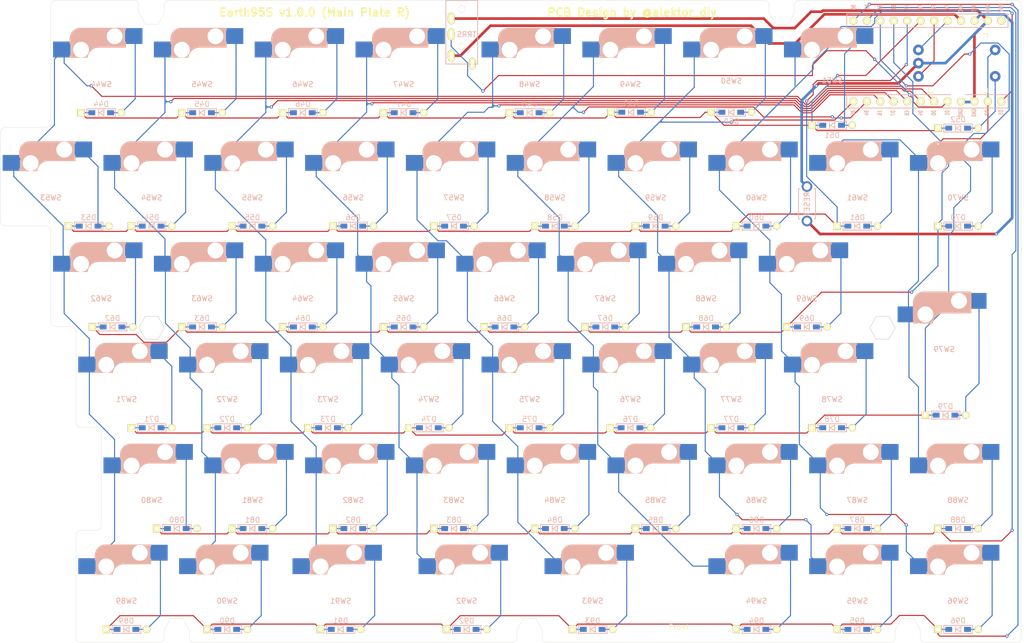
<source format=kicad_pcb>
(kicad_pcb (version 20240108) (generator "pcbnew") (generator_version "8.0")
  (layers (0 "F.Cu" signal) (31 "B.Cu" signal) (34 "B.Paste" user) (35 "F.Paste" user) (36 "B.SilkS" user "B.Silkscreen") (37 "F.SilkS" user "F.Silkscreen") (38 "B.Mask" user) (39 "F.Mask" user) (44 "Edge.Cuts" user))
  (net 0 "")
  (net 1 "Net-(D44-A)")
  (net 2 "row0")
  (net 3 "Net-(D45-A)")
  (net 4 "Net-(D46-A)")
  (net 5 "Net-(D47-A)")
  (net 6 "Net-(D48-A)")
  (net 7 "Net-(D49-A)")
  (net 8 "Net-(D50-A)")
  (net 9 "Net-(D51-A)")
  (net 10 "Net-(D52-A)")
  (net 11 "row1")
  (net 12 "Net-(D53-A)")
  (net 13 "Net-(D54-A)")
  (net 14 "Net-(D55-A)")
  (net 15 "Net-(D56-A)")
  (net 16 "Net-(D57-A)")
  (net 17 "Net-(D58-A)")
  (net 18 "Net-(D59-A)")
  (net 19 "Net-(D60-A)")
  (net 20 "Net-(D61-A)")
  (net 21 "Net-(D62-A)")
  (net 22 "row2")
  (net 23 "Net-(D63-A)")
  (net 24 "Net-(D64-A)")
  (net 25 "Net-(D65-A)")
  (net 26 "Net-(D66-A)")
  (net 27 "Net-(D67-A)")
  (net 28 "Net-(D68-A)")
  (net 29 "Net-(D69-A)")
  (net 30 "Net-(D70-A)")
  (net 31 "Net-(D71-A)")
  (net 32 "row3")
  (net 33 "Net-(D72-A)")
  (net 34 "Net-(D73-A)")
  (net 35 "Net-(D74-A)")
  (net 36 "Net-(D75-A)")
  (net 37 "Net-(D76-A)")
  (net 38 "Net-(D77-A)")
  (net 39 "Net-(D78-A)")
  (net 40 "Net-(D79-A)")
  (net 41 "row4")
  (net 42 "Net-(D80-A)")
  (net 43 "Net-(D81-A)")
  (net 44 "Net-(D82-A)")
  (net 45 "Net-(D83-A)")
  (net 46 "Net-(D84-A)")
  (net 47 "Net-(D85-A)")
  (net 48 "Net-(D86-A)")
  (net 49 "Net-(D87-A)")
  (net 50 "Net-(D88-A)")
  (net 51 "Net-(D89-A)")
  (net 52 "row5")
  (net 53 "Net-(D90-A)")
  (net 54 "Net-(D91-A)")
  (net 55 "Net-(D92-A)")
  (net 56 "Net-(D93-A)")
  (net 57 "Net-(D94-A)")
  (net 58 "Net-(D95-A)")
  (net 59 "Net-(D96-A)")
  (net 60 "GND")
  (net 61 "VCC")
  (net 63 "Data")
  (net 64 "col0")
  (net 65 "col1")
  (net 66 "col2")
  (net 67 "col3")
  (net 68 "col4")
  (net 69 "col5")
  (net 70 "col6")
  (net 71 "col7")
  (net 72 "col8")
  (net 73 "re-a")
  (net 74 "re-b")
  (net 75 "RST")
  (footprint "kbd_Parts:Diode_TH_SMD" (layer "F.Cu") (at 180.975 47.46625)
    (property "Reference" "D51")
    (property "Value" "D" (hide yes))
  )
  (footprint "kbd_Parts:Diode_TH_SMD" (layer "F.Cu") (at 90.4875 123.66625)
    (property "Reference" "D82")
    (property "Value" "D" (hide yes))
  )
  (footprint "kbd_Hole:m2_Spacer_Hole_hex" (layer "F.Cu") (at 52.3875 85.725)
    (property "Reference" "Ref**" (hide yes))
    (property "Value" "Val**" (hide yes))
    (fp_line (start -2.4 0) (end -1.2 2.15) (stroke (width 0.1)) (layer "Edge.Cuts"))
    (fp_line (start -1.2 -2.15) (end -2.4 0) (stroke (width 0.1)) (layer "Edge.Cuts"))
    (fp_line (start -1.2 2.15) (end 1.2 2.15) (stroke (width 0.1)) (layer "Edge.Cuts"))
    (fp_line (start 1.2 -2.15) (end -1.2 -2.15) (stroke (width 0.1)) (layer "Edge.Cuts"))
    (fp_line (start 1.2 2.15) (end 2.4 0) (stroke (width 0.1)) (layer "Edge.Cuts"))
    (fp_line (start 2.4 0) (end 1.2 -2.15) (stroke (width 0.1)) (layer "Edge.Cuts"))
  )
  (footprint "kbd_SW:CherryMX_Hotswap_1u" (layer "F.Cu") (at 166.6875 133.35)
    (property "Reference" "SW94")
    (property "Value" "SW_PUSH" (hide yes))
  )
  (footprint "kbd_Hole:m2_Spacer_Hole_hex" (layer "F.Cu") (at 190.5 85.725)
    (property "Reference" "Ref**" (hide yes))
    (property "Value" "Val**" (hide yes))
    (fp_line (start -2.4 0) (end -1.2 2.15) (stroke (width 0.1)) (layer "Edge.Cuts"))
    (fp_line (start -1.2 -2.15) (end -2.4 0) (stroke (width 0.1)) (layer "Edge.Cuts"))
    (fp_line (start -1.2 2.15) (end 1.2 2.15) (stroke (width 0.1)) (layer "Edge.Cuts"))
    (fp_line (start 1.2 -2.15) (end -1.2 -2.15) (stroke (width 0.1)) (layer "Edge.Cuts"))
    (fp_line (start 1.2 2.15) (end 2.4 0) (stroke (width 0.1)) (layer "Edge.Cuts"))
    (fp_line (start 2.4 0) (end 1.2 -2.15) (stroke (width 0.1)) (layer "Edge.Cuts"))
  )
  (footprint "kbd_Parts:Diode_TH_SMD" (layer "F.Cu") (at 66.675 104.61625)
    (property "Reference" "D72")
    (property "Value" "D" (hide yes))
  )
  (footprint "kbd_SW:CherryMX_Hotswap_1u" (layer "F.Cu") (at 52.3875 57.15)
    (property "Reference" "SW54")
    (property "Value" "SW_PUSH" (hide yes))
  )
  (footprint "kbd_Parts:Diode_TH_SMD" (layer "F.Cu") (at 204.7875 123.66625)
    (property "Reference" "D88")
    (property "Value" "D" (hide yes))
  )
  (footprint "kbd_SW:CherryMX_Hotswap_1u" (layer "F.Cu") (at 80.9625 76.2)
    (property "Reference" "SW64")
    (property "Value" "SW_PUSH" (hide yes))
  )
  (footprint "kbd_Parts:Diode_TH_SMD" (layer "F.Cu") (at 111.91875 142.71625)
    (property "Reference" "D92")
    (property "Value" "D" (hide yes))
  )
  (footprint "kbd_Parts:TRRS_MJ-4PP-9" (layer "F.Cu") (at 111 30)
    (property "Reference" "J44")
    (property "Value" "TRRS_MJ-4PP-9" (hide yes))
  )
  (footprint "kbd_SW:CherryMX_Hotswap_1u" (layer "F.Cu") (at 90.4875 57.15)
    (property "Reference" "SW56")
    (property "Value" "SW_PUSH" (hide yes))
  )
  (footprint "kbd_SW:CherryMX_Hotswap_1u" (layer "F.Cu") (at 104.775 95.25)
    (property "Reference" "SW74")
    (property "Value" "SW_PUSH" (hide yes))
  )
  (footprint "kbd_Parts:Diode_TH_SMD" (layer "F.Cu") (at 90.4875 66.51625)
    (property "Reference" "D56")
    (property "Value" "D" (hide yes))
  )
  (footprint "kbd_Parts:RotaryEncoder_EC12E" (layer "F.Cu") (at 204.7875 35.71875)
    (property "Reference" "SW52")
    (property "Value" "RotaryEncoder_Switch")
  )
  (footprint "kbd_Parts:Diode_TH_SMD" (layer "F.Cu") (at 157.1625 85.56625)
    (property "Reference" "D68")
    (property "Value" "D" (hide yes))
  )
  (footprint "kbd_SW:CherryMX_Hotswap_1u" (layer "F.Cu") (at 166.6875 114.3)
    (property "Reference" "SW86")
    (property "Value" "SW_PUSH" (hide yes))
  )
  (footprint "kbd_Parts:Diode_TH_SMD" (layer "F.Cu") (at 143 45)
    (property "Reference" "D49")
    (property "Value" "D" (hide yes))
  )
  (footprint "kbd_Parts:Diode_TH_SMD" (layer "F.Cu") (at 204.7875 142.71625)
    (property "Reference" "D96")
    (property "Value" "D" (hide yes))
  )
  (footprint "kbd_SW:CherryMX_Hotswap_1u" (layer "F.Cu") (at 61.9125 35.71875)
    (property "Reference" "SW45")
    (property "Value" "SW_PUSH" (hide yes))
  )
  (footprint "kbd_SW:CherryMX_Hotswap_1u" (layer "F.Cu") (at 85.725 95.25)
    (property "Reference" "SW73")
    (property "Value" "SW_PUSH" (hide yes))
  )
  (footprint "kbd_Parts:Diode_TH_SMD" (layer "F.Cu") (at 40.48125 66.51625)
    (property "Reference" "D53")
    (property "Value" "D" (hide yes))
  )
  (footprint "kbd_SW:CherryMX_Hotswap_1u" (layer "F.Cu") (at 161.925 95.25)
    (property "Reference" "SW77")
    (property "Value" "SW_PUSH" (hide yes))
  )
  (footprint "kbd_SW:CherryMX_Hotswap_1.25u" (layer "F.Cu") (at 135.73125 133.35)
    (property "Reference" "SW93")
    (property "Value" "SW_PUSH" (hide yes))
  )
  (footprint "kbd_Parts:Diode_TH_SMD" (layer "F.Cu") (at 161.925 45)
    (property "Reference" "D50")
    (property "Value" "D" (hide yes))
  )
  (footprint "kbd_Parts:Diode_TH_SMD" (layer "F.Cu") (at 161.925 104.61625)
    (property "Reference" "D77")
    (property "Value" "D" (hide yes))
  )
  (footprint "kbd_SW:CherryMX_Hotswap_1u" (layer "F.Cu") (at 147.6375 57.15)
    (property "Reference" "SW59")
    (property "Value" "SW_PUSH" (hide yes))
  )
  (footprint "kbd_Parts:Diode_TH_SMD" (layer "F.Cu") (at 42.8625 45.085)
    (property "Reference" "D44")
    (property "Value" "D" (hide yes))
  )
  (footprint "kbd_SW:CherryMX_Hotswap_1u" (layer "F.Cu") (at 176.2125 76.2)
    (property "Reference" "SW69")
    (property "Value" "SW_PUSH" (hide yes))
  )
  (footprint "kbd_SW:CherryMX_Hotswap_1u" (layer "F.Cu") (at 33.3375 57.15)
    (property "Reference" "SW53")
    (property "Value" "SW_PUSH" (hide yes))
  )
  (footprint "kbd_SW:CherryMX_Hotswap_1u" (layer "F.Cu") (at 142.875 35.71875)
    (property "Reference" "SW49")
    (property "Value" "SW_PUSH" (hide yes))
  )
  (footprint "kbd_SW:CherryMX_Hotswap_1u" (layer "F.Cu") (at 52.3875 114.3)
    (property "Reference" "SW80")
    (property "Value" "SW_PUSH" (hide yes))
  )
  (footprint "kbd_SW:CherryMX_Hotswap_1u" (layer "F.Cu") (at 109.5375 57.15)
    (property "Reference" "SW57")
    (property "Value" "SW_PUSH" (hide yes))
  )
  (footprint "kbd_SW:CherryMX_Hotswap_ISO" (layer "F.Cu") (at 202.40625 85.725 90)
    (property "Reference" "SW79")
    (property "Value" "SW_PUSH" (hide yes))
  )
  (footprint "kbd_Parts:Diode_TH_SMD" (layer "F.Cu") (at 204.7875 66.51625)
    (property "Reference" "D70")
    (property "Value" "D" (hide yes))
  )
  (footprint "kbd_SW:CherryMX_Hotswap_1u" (layer "F.Cu") (at 66.675 95.25)
    (property "Reference" "SW72")
    (property "Value" "SW_PUSH" (hide yes))
  )
  (footprint "kbd_SW:CherryMX_Hotswap_1.25u" (layer "F.Cu") (at 111.91875 133.35)
    (property "Reference" "SW92")
    (property "Value" "SW_PUSH" (hide yes))
  )
  (footprint "kbd_SW:CherryMX_Hotswap_1u" (layer "F.Cu") (at 123.825 35.71875)
    (property "Reference" "SW48")
    (property "Value" "SW_PUSH" (hide yes))
  )
  (footprint "kbd_Parts:Diode_TH_SMD" (layer "F.Cu") (at 61.9125 45.085)
    (property "Reference" "D45")
    (property "Value" "D" (hide yes))
  )
  (footprint "kbd_Parts:Diode_TH_SMD" (layer "F.Cu") (at 52.3875 66.51625)
    (property "Reference" "D54")
    (property "Value" "D" (hide yes))
  )
  (footprint "kbd_SW:CherryMX_Hotswap_1u" (layer "F.Cu") (at 147.6375 114.3)
    (property "Reference" "SW85")
    (property "Value" "SW_PUSH" (hide yes))
  )
  (footprint "kbd_SW:CherryMX_Hotswap_1u" (layer "F.Cu") (at 109.5375 114.3)
    (property "Reference" "SW83")
    (property "Value" "SW_PUSH" (hide yes))
  )
  (footprint "kbd_Parts:Diode_TH_SMD" (layer "F.Cu") (at 142.875 104.61625)
    (property "Reference" "D76")
    (property "Value" "D" (hide yes))
  )
  (footprint "kbd_Parts:Diode_TH_SMD" (layer "F.Cu") (at 180.975 104.61625)
    (property "Reference" "D78")
    (property "Value" "D" (hide yes))
  )
  (footprint "kbd_SW:CherryMX_Hotswap_1u" (layer "F.Cu") (at 71.4375 57.15)
    (property "Reference" "SW55")
    (property "Value" "SW_PUSH" (hide yes))
  )
  (footprint "kbd_SW:CherryMX_Hotswap_1u" (layer "F.Cu") (at 204.7875 133.35)
    (property "Reference" "SW96")
    (property "Value" "SW_PUSH" (hide yes))
  )
  (footprint "kbd_Parts:Diode_TH_SMD" (layer "F.Cu") (at 71.4375 66.51625)
    (property "Reference" "D55")
    (property "Value" "D" (hide yes))
  )
  (footprint "kbd_SW:CherryMX_Hotswap_1u" (layer "F.Cu") (at 61.9125 76.2)
    (property "Reference" "SW63")
    (property "Value" "SW_PUSH" (hide yes))
  )
  (footprint "kbd_Parts:Diode_TH_SMD" (layer "F.Cu") (at 166.6875 142.71625)
    (property "Reference" "D94")
    (property "Value" "D" (hide yes))
  )
  (footprint "kbd_SW:CherryMX_Hotswap_1u" (layer "F.Cu") (at 185.7375 114.3)
    (property "Reference" "SW87")
    (property "Value" "SW_PUSH" (hide yes))
  )
  (footprint "kbd_Parts:Diode_TH_SMD" (layer "F.Cu") (at 66.675 142.71625)
    (property "Reference" "D90")
    (property "Value" "D" (hide yes))
  )
  (footprint "kbd_Parts:Diode_TH_SMD" (layer "F.Cu") (at 176.2125 85.56625)
    (property "Reference" "D69")
    (property "Value" "D" (hide yes))
  )
  (footprint "kbd_SW:CherryMX_Hotswap_1u" (layer "F.Cu") (at 180.975 95.25)
    (property "Reference" "SW78")
    (property "Value" "SW_PUSH" (hide yes))
  )
  (footprint "kbd_SW:CherryMX_Hotswap_1u" (layer "F.Cu") (at 204.7875 57.15)
    (property "Reference" "SW70")
    (property "Value" "SW_PUSH" (hide yes))
  )
  (footprint "kbd_Parts:Diode_TH_SMD" (layer "F.Cu") (at 185.7375 66.51625)
    (property "Reference" "D61")
    (property "Value" "D" (hide yes))
  )
  (footprint "kbd_Parts:Diode_TH_SMD" (layer "F.Cu") (at 135.73125 142.71625)
    (property "Reference" "D93")
    (property "Value" "D" (hide yes))
  )
  (footprint "kbd_SW:CherryMX_Hotswap_1u" (layer "F.Cu") (at 119.0625 76.2)
    (property "Reference" "SW66")
    (property "Value" "SW_PUSH" (hide yes))
  )
  (footprint "kbd_Parts:Diode_TH_SMD" (layer "F.Cu") (at 128.5875 66.51625)
    (property "Reference" "D58")
    (property "Value" "D" (hide yes))
  )
  (footprint "kbd_SW:CherryMX_Hotswap_1u" (layer "F.Cu") (at 100.0125 35.71875)
    (property "Reference" "SW47")
    (property "Value" "SW_PUSH" (hide yes))
  )
  (footprint "kbd_Parts:Diode_TH_SMD" (layer "F.Cu") (at 147.6375 66.51625)
    (property "Reference" "D59")
    (property "Value" "D" (hide yes))
  )
  (footprint "kbd_SW:CherryMX_Hotswap_1u" (layer "F.Cu") (at 42.8625 35.71875)
    (property "Reference" "SW44")
    (property "Value" "SW_PUSH" (hide yes))
  )
  (footprint "kbd_Parts:Diode_TH_SMD" (layer "F.Cu") (at 204.7875 48)
    (property "Reference" "D52")
    (property "Value" "D" (hide yes))
  )
  (footprint "kbd_Parts:Diode_TH_SMD" (layer "F.Cu") (at 61.9125 85.56625)
    (property "Reference" "D63")
    (property "Value" "D" (hide yes))
  )
  (footprint "kbd_SW:CherryMX_Hotswap_1u" (layer "F.Cu") (at 80.9625 35.71875)
    (property "Reference" "SW46")
    (property "Value" "SW_PUSH" (hide yes))
  )
  (footprint "kbd_Parts:Diode_TH_SMD" (layer "F.Cu") (at 166.6875 66.51625)
    (property "Reference" "D60")
    (property "Value" "D" (hide yes))
  )
  (footprint "kbd_SW:CherryMX_Hotswap_1u" (layer "F.Cu") (at 128.5875 57.15)
    (property "Reference" "SW58")
    (property "Value" "SW_PUSH" (hide yes))
  )
  (footprint "kbd_SW:CherryMX_Hotswap_1u" (layer "F.Cu") (at 204.7875 114.3)
    (property "Reference" "SW88")
    (property "Value" "SW_PUSH" (hide yes))
  )
  (footprint "kbd_SW:CherryMX_Hotswap_1u" (layer "F.Cu") (at 71.4375 114.3)
    (property "Reference" "SW81")
    (property "Value" "SW_PUSH" (hide yes))
  )
  (footprint "kbd_Parts:Diode_TH_SMD" (layer "F.Cu") (at 100.0125 45.085)
    (property "Reference" "D47")
    (property "Value" "D" (hide yes))
  )
  (footprint "kbd_SW:CherryMX_Hotswap_1u" (layer "F.Cu") (at 142.875 95.25)
    (property "Reference" "SW76")
    (property "Value" "SW_PUSH" (hide yes))
  )
  (footprint "kbd_Parts:Diode_TH_SMD" (layer "F.Cu") (at 138.1125 85.56625)
    (property "Reference" "D67")
    (property "Value" "D" (hide yes))
  )
  (footprint "kbd_Parts:Diode_TH_SMD" (layer "F.Cu") (at 147.6375 123.66625)
    (property "Reference" "D85")
    (property "Value" "D" (hide yes))
  )
  (footprint "kbd_Parts:Diode_TH_SMD" (layer "F.Cu") (at 85.725 104.61625)
    (property "Reference" "D73")
    (property "Value" "D" (hide yes))
  )
  (footprint "kbd_Parts:Diode_TH_SMD" (layer "F.Cu") (at 47.625 142.71625)
    (property "Reference" "D89")
    (property "Value" "D" (hide yes))
  )
  (footprint "kbd_Parts:Diode_TH_SMD" (layer "F.Cu") (at 88.10625 142.71625)
    (property "Reference" "D91")
    (property "Value" "D" (hide yes))
  )
  (footprint "kbd_Parts:Diode_TH_SMD" (layer "F.Cu") (at 52.3875 104.61625)
    (property "Reference" "D71")
    (property "Value" "D" (hide yes))
  )
  (footprint "kbd_Parts:Diode_TH_SMD" (layer "F.Cu") (at 128.5875 123.66625)
    (property "Reference" "D84")
    (property "Value" "D" (hide yes))
  )
  (footprint "kbd_Parts:Diode_TH_SMD" (layer "F.Cu") (at 185.7375 123.66625)
    (property "Reference" "D87")
    (property "Value" "D" (hide yes))
  )
  (footprint "kbd_Parts:Diode_TH_SMD" (layer "F.Cu") (at 123.825 45.085)
    (property "Reference" "D48")
    (property "Value" "D" (hide yes))
  )
  (footprint "kbd_Parts:Diode_TH_SMD" (layer "F.Cu") (at 166.6875 123.66625)
    (property "Reference" "D86")
    (property "Value" "D" (hide yes))
  )
  (footprint "kbd_SW:CherryMX_Hotswap_1u" (layer "F.Cu") (at 180.975 35.71875)
    (property "Reference" "SW51")
    (property "Value" "SW_PUSH" (hide yes))
  )
  (footprint "kbd_SW:CherryMX_Hotswap_1u" (layer "F.Cu") (at 185.7375 57.15)
    (property "Reference" "SW61")
    (property "Value" "SW_PUSH" (hide yes))
  )
  (footprint "kbd_Parts:Diode_TH_SMD" (layer "F.Cu") (at 123.825 104.61625)
    (property "Reference" "D75")
    (property "Value" "D" (hide yes))
  )
  (footprint "kbd_SW:CherryMX_Hotswap_1u" (layer "F.Cu") (at 128.5875 114.3)
    (property "Reference" "SW84")
    (property "Value" "SW_PUSH" (hide yes))
  )
  (footprint "kbd_Parts:Diode_TH_SMD" (layer "F.Cu") (at 80.9625 45.085)
    (property "Reference" "D46")
    (property "Value" "D" (hide yes))
  )
  (footprint "kbd_Parts:Diode_TH_SMD" (layer "F.Cu") (at 109.5375 66.51625)
    (property "Reference" "D57")
    (property "Value" "D" (hide yes))
  )
  (footprint "kbd_SW:CherryMX_Hotswap_1u" (layer "F.Cu") (at 138.1125 76.2)
    (property "Reference" "SW67")
    (property "Value" "SW_PUSH" (hide yes))
  )
  (footprint "kbd_SW:CherryMX_Hotswap_1u" (layer "F.Cu") (at 185.7375 133.35)
    (property "Reference" "SW95")
    (property "Value" "SW_PUSH" (hide yes))
  )
  (footprint "kbd_SW:CherryMX_Hotswap_1u" (layer "F.Cu") (at 90.4875 114.3)
    (property "Reference" "SW82")
    (property "Value" "SW_PUSH" (hide yes))
  )
  (footprint "kbd_SW:CherryMX_Hotswap_1u" (layer "F.Cu") (at 47.625 95.25)
    (property "Reference" "SW71")
    (property "Value" "SW_PUSH" (hide yes))
  )
  (footprint "kbd_Parts:Diode_TH_SMD" (layer "F.Cu") (at 109.5375 123.66625)
    (property "Reference" "D83")
    (property "Value" "D" (hide yes))
  )
  (footprint "kbd_Parts:Diode_TH_SMD" (layer "F.Cu") (at 104.775 104.61625)
    (property "Reference" "D74")
    (property "Value" "D" (hide yes))
  )
  (footprint "kbd_SW:CherryMX_Hotswap_1u" (layer "F.Cu") (at 66.675 133.35)
    (property "Reference" "SW90")
    (property "Value" "SW_PUSH" (hide yes))
  )
  (footprint "kbd_Parts:Diode_TH_SMD" (layer "F.Cu") (at 119.0625 85.56625)
    (property "Reference" "D66")
    (property "Value" "D" (hide yes))
  )
  (footprint "kbd_SW:CherryMX_Hotswap_1u" (layer "F.Cu") (at 100.0125 76.2)
    (property "Reference" "SW65")
    (property "Value" "SW_PUSH" (hide yes))
  )
  (footprint "kbd_SW:CherryMX_Hotswap_1u" (layer "F.Cu") (at 42.8625 76.2)
    (property "Reference" "SW62")
    (property "Value" "SW_PUSH" (hide yes))
  )
  (footprint "kbd_SW:CherryMX_Hotswap_1u" (layer "F.Cu") (at 161.925 35.71875)
    (property "Reference" "SW50")
    (property "Value" "SW_PUSH" (hide yes))
  )
  (footprint "kbd_Parts:Diode_TH_SMD" (layer "F.Cu") (at 71.4375 123.66625)
    (property "Reference" "D81")
    (property "Value" "D" (hide yes))
  )
  (footprint "kbd_Parts:Diode_TH_SMD" (layer "F.Cu") (at 45 85.56625)
    (property "Reference" "D62")
    (property "Value" "D" (hide yes))
  )
  (footprint "kbd_SW:CherryMX_Hotswap_1u" (layer "F.Cu") (at 47.625 133.35)
    (property "Reference" "SW89")
    (property "Value" "SW_PUSH" (hide yes))
  )
  (footprint "kbd_SW:CherryMX_Hotswap_1u" (layer "F.Cu") (at 157.1625 76.2)
    (property "Reference" "SW68")
    (property "Value" "SW_PUSH" (hide yes))
  )
  (footprint "kbd_SW:CherryMX_Hotswap_1u" (layer "F.Cu") (at 166.6875 57.15)
    (property "Reference" "SW60")
    (property "Value" "SW_PUSH" (hide yes))
  )
  (footprint "kbd_SW:CherryMX_Hotswap_1u" (layer "F.Cu") (at 123.825 95.25)
    (property "Reference" "SW75")
    (property "Value" "SW_PUSH" (hide yes))
  )
  (footprint "kbd_Parts:Diode_TH_SMD" (layer "F.Cu") (at 80.9625 85.56625)
    (property "Reference" "D64")
    (property "Value" "D" (hide yes))
  )
  (footprint "kbd_Parts:Diode_TH_SMD" (layer "F.Cu") (at 57.15 123.66625)
    (property "Reference" "D80")
    (property "Value" "D" (hide yes))
  )
  (footprint "kbd_Parts:Diode_TH_SMD" (layer "F.Cu") (at 202.40625 102.235)
    (property "Reference" "D79")
    (property "Value" "D" (hide yes))
  )
  (footprint "kbd_Parts:Micon_ProMicro_reverse" (layer "F.Cu") (at 199.73772 37.053137 -90)
    (property "Reference" "U44" (hide yes))
    (property "Value" "ProMicro" (hide yes))
  )
  (footprint "kbd_Parts:Diode_TH_SMD" (layer "F.Cu") (at 100.0125 85.56625)
    (property "Reference" "D65")
    (property "Value" "D" (hide yes))
  )
  (footprint "kbd_SW:CherryMX_Hotswap_1.25u" (layer "F.Cu") (at 88.10625 133.35)
    (property "Reference" "SW91")
    (property "Value" "SW_PUSH" (hide yes))
  )
  (footprint "kbd_Parts:Diode_TH_SMD" (layer "F.Cu") (at 185.7375 142.71625)
    (property "Reference" "D95")
    (property "Value" "D" (hide yes))
  )
  (footprint "kbd:ResetSW" (layer "B.Cu") (at 176.225874 62.288731 -90)
    (property "Reference" "SW97" (hide yes))
    (property "Value" "SW_PUSH")
  )
  (gr_arc (start 216.69375 144.25625) (mid 216.400857 144.963357) (end 215.69375 145.25625) (stroke (width 0.05)) (layer "Edge.Cuts"))
  (gr_arc (start 60.55 145.25625) (mid 59.842893 144.963357) (end 59.55 144.25625) (stroke (width 0.05)) (layer "Edge.Cuts"))
  (gr_arc (start 173.85 24.8125) (mid 174.142893 24.105393) (end 174.85 23.8125) (stroke (width 0.05)) (layer "Edge.Cuts"))
  (gr_arc (start 168.05 23.8125) (mid 168.757107 24.105393) (end 169.05 24.8125) (stroke (width 0.05)) (layer "Edge.Cuts"))
  (gr_line (start 39.1 104.575) (end 41.8625 104.575) (stroke (width 0.05)) (layer "Edge.Cuts"))
  (gr_line (start 121.425 144.25625) (end 121.425 142.875) (stroke (width 0.05)) (layer "Edge.Cuts"))
  (gr_line (start 127.225 145.25625) (end 191.8625 145.25625) (stroke (width 0.05)) (layer "Edge.Cuts"))
  (gr_line (start 38.1 86.525) (end 38.1 103.575) (stroke (width 0.05)) (layer "Edge.Cuts"))
  (gr_arc (start 215.69375 23.8125) (mid 216.400857 24.105393) (end 216.69375 24.8125) (stroke (width 0.05)) (layer "Edge.Cuts"))
  (gr_arc (start 39.1 145.25625) (mid 38.392893 144.963357) (end 38.1 144.25625) (stroke (width 0.05)) (layer "Edge.Cuts"))
  (gr_arc (start 192.8625 144.25625) (mid 192.569607 144.963357) (end 191.8625 145.25625) (stroke (width 0.05)) (layer "Edge.Cuts"))
  (gr_arc (start 54.75 144.25625) (mid 54.457107 144.963357) (end 53.75 145.25625) (stroke (width 0.05)) (layer "Edge.Cuts"))
  (gr_line (start 174.85 23.8125) (end 215.69375 23.8125) (stroke (width 0.05)) (layer "Edge.Cuts"))
  (gr_line (start 39.1 145.25625) (end 53.75 145.25625) (stroke (width 0.05)) (layer "Edge.Cuts"))
  (gr_arc (start 54.7875 24.8125) (mid 55.080393 24.105393) (end 55.7875 23.8125) (stroke (width 0.05)) (layer "Edge.Cuts"))
  (gr_line (start 198.6625 145.25625) (end 215.69375 145.25625) (stroke (width 0.05)) (layer "Edge.Cuts"))
  (gr_arc (start 48.9875 23.8125) (mid 49.694607 24.105393) (end 49.9875 24.8125) (stroke (width 0.05)) (layer "Edge.Cuts"))
  (gr_line (start 196.4625 140.725) (end 194.0625 140.725) (stroke (width 0.05)) (layer "Edge.Cuts"))
  (gr_arc (start 24.8125 66.475) (mid 24.105393 66.182107) (end 23.8125 65.475) (stroke (width 0.05)) (layer "Edge.Cuts"))
  (gr_line (start 192.8625 142.875) (end 194.0625 140.725) (stroke (width 0.05)) (layer "Edge.Cuts"))
  (gr_line (start 196.4625 140.725) (end 197.6625 142.875) (stroke (width 0.05)) (layer "Edge.Cuts"))
  (gr_line (start 54.75 142.875) (end 55.95 140.725) (stroke (width 0.05)) (layer "Edge.Cuts"))
  (gr_arc (start 39.1 104.575) (mid 38.392893 104.282107) (end 38.1 103.575) (stroke (width 0.05)) (layer "Edge.Cuts"))
  (gr_arc (start 33.3375 24.8125) (mid 33.630393 24.105393) (end 34.3375 23.8125) (stroke (width 0.05)) (layer "Edge.Cuts"))
  (gr_line (start 42.8625 105.575) (end 42.8625 123.025) (stroke (width 0.05)) (layer "Edge.Cuts"))
  (gr_line (start 53.5875 28.34375) (end 54.7875 26.19375) (stroke (width 0.05)) (layer "Edge.Cuts"))
  (gr_line (start 51.1875 28.34375) (end 49.9875 26.19375) (stroke (width 0.05)) (layer "Edge.Cuts"))
  (gr_arc (start 121.425 144.25625) (mid 121.132107 144.963357) (end 120.425 145.25625) (stroke (width 0.05)) (layer "Edge.Cuts"))
  (gr_line (start 192.8625 144.25625) (end 192.8625 142.875) (stroke (width 0.05)) (layer "Edge.Cuts"))
  (gr_arc (start 38.1 125.025) (mid 38.392893 124.317893) (end 39.1 124.025) (stroke (width 0.05)) (layer "Edge.Cuts"))
  (gr_line (start 58.35 140.725) (end 59.55 142.875) (stroke (width 0.05)) (layer "Edge.Cuts"))
  (gr_line (start 23.8125 48.825) (end 23.8125 65.475) (stroke (width 0.05)) (layer "Edge.Cuts"))
  (gr_line (start 51.1875 28.34375) (end 53.5875 28.34375) (stroke (width 0.05)) (layer "Edge.Cuts"))
  (gr_line (start 172.65 28.34375) (end 173.85 26.19375) (stroke (width 0.05)) (layer "Edge.Cuts"))
  (gr_line (start 169.05 26.19375) (end 169.05 24.8125) (stroke (width 0.05)) (layer "Edge.Cuts"))
  (gr_line (start 41.8625 124.025) (end 39.1 124.025) (stroke (width 0.05)) (layer "Edge.Cuts"))
  (gr_line (start 122.625 140.725) (end 125.025 140.725) (stroke (width 0.05)) (layer "Edge.Cuts"))
  (gr_arc (start 127.225 145.25625) (mid 126.517893 144.963357) (end 126.225 144.25625) (stroke (width 0.05)) (layer "Edge.Cuts"))
  (gr_line (start 34.3375 23.8125) (end 48.9875 23.8125) (stroke (width 0.05)) (layer "Edge.Cuts"))
  (gr_line (start 216.69375 144.25625) (end 216.69375 24.8125) (stroke (width 0.05)) (layer "Edge.Cuts"))
  (gr_arc (start 33.3375 46.825) (mid 33.044607 47.532107) (end 32.3375 47.825) (stroke (width 0.05)) (layer "Edge.Cuts"))
  (gr_line (start 54.7875 24.8125) (end 54.7875 26.19375) (stroke (width 0.05)) (layer "Edge.Cuts"))
  (gr_line (start 60.55 145.25625) (end 120.425 145.25625) (stroke (width 0.05)) (layer "Edge.Cuts"))
  (gr_line (start 126.225 144.25625) (end 126.225 142.875) (stroke (width 0.05)) (layer "Edge.Cuts"))
  (gr_line (start 59.55 144.25625) (end 59.55 142.875) (stroke (width 0.05)) (layer "Edge.Cuts"))
  (gr_line (start 170.25 28.34375) (end 172.65 28.34375) (stroke (width 0.05)) (layer "Edge.Cuts"))
  (gr_line (start 121.425 142.875) (end 122.625 140.725) (stroke (width 0.05)) (layer "Edge.Cuts"))
  (gr_line (start 169.05 26.19375) (end 170.25 28.34375) (stroke (width 0.05)) (layer "Edge.Cuts"))
  (gr_arc (start 32.3375 66.475) (mid 33.044607 66.767893) (end 33.3375 67.475) (stroke (width 0.05)) (layer "Edge.Cuts"))
  (gr_arc (start 198.6625 145.25625) (mid 197.955393 144.963357) (end 197.6625 144.25625) (stroke (width 0.05)) (layer "Edge.Cuts"))
  (gr_arc (start 34.3375 85.525) (mid 33.630393 85.232107) (end 33.3375 84.525) (stroke (width 0.05)) (layer "Edge.Cuts"))
  (gr_line (start 32.3375 47.825) (end 24.8125 47.825) (stroke (width 0.05)) (layer "Edge.Cuts"))
  (gr_arc (start 23.8125 48.825) (mid 24.105393 48.117893) (end 24.8125 47.825) (stroke (width 0.05)) (layer "Edge.Cuts"))
  (gr_arc (start 41.8625 104.575) (mid 42.569607 104.867893) (end 42.8625 105.575) (stroke (width 0.05)) (layer "Edge.Cuts"))
  (gr_line (start 54.75 144.25625) (end 54.75 142.875) (stroke (width 0.05)) (layer "Edge.Cuts"))
  (gr_line (start 33.3375 24.8125) (end 33.3375 46.825) (stroke (width 0.05)) (layer "Edge.Cuts"))
  (gr_line (start 173.85 26.19375) (end 173.85 24.8125) (stroke (width 0.05)) (layer "Edge.Cuts"))
  (gr_line (start 197.6625 144.25625) (end 197.6625 142.875) (stroke (width 0.05)) (layer "Edge.Cuts"))
  (gr_line (start 33.3375 67.475) (end 33.3375 84.525) (stroke (width 0.05)) (layer "Edge.Cuts"))
  (gr_line (start 125.025 140.725) (end 126.225 142.875) (stroke (width 0.05)) (layer "Edge.Cuts"))
  (gr_line (start 55.95 140.725) (end 58.35 140.725) (stroke (width 0.05)) (layer "Edge.Cuts"))
  (gr_arc (start 37.1 85.525) (mid 37.807107 85.817893) (end 38.1 86.525) (stroke (width 0.05)) (layer "Edge.Cuts"))
  (gr_line (start 24.8125 66.475) (end 32.3375 66.475) (stroke (width 0.05)) (layer "Edge.Cuts"))
  (gr_line (start 34.3375 85.525) (end 37.1 85.525) (stroke (width 0.05)) (layer "Edge.Cuts"))
  (gr_line (start 38.1 125.025) (end 38.1 144.25625) (stroke (width 0.05)) (layer "Edge.Cuts"))
  (gr_arc (start 42.8625 123.025) (mid 42.569607 123.732107) (end 41.8625 124.025) (stroke (width 0.05)) (layer "Edge.Cuts"))
  (gr_line (start 49.9875 24.8125) (end 49.9875 26.19375) (stroke (width 0.05)) (layer "Edge.Cuts"))
  (gr_line (start 55.7875 23.8125) (end 168.05 23.8125) (stroke (width 0.05)) (layer "Edge.Cuts"))
  (gr_text "Front" (at 150.01875 142.875 0) (layer "F.SilkS") (effects (font (size 1 1) (thickness 0.1)) (justify left bottom)))
  (gr_text "PCB Design by @alektor_diy" (at 127 27 0) (layer "F.SilkS") (effects (font (size 1.5 1.5) (thickness 0.3) (bold yes)) (justify left bottom)))
  (gr_text "Earth95S v1.0.0 (Main Plate R)" (at 65 27 0) (layer "F.SilkS") (effects (font (size 1.5 1.5) (thickness 0.3) (bold yes)) (justify left bottom)))
  (segment (start 49.2925 31.32875) (end 49.2925 42.465) (width 0.2) (layer "B.Cu") (net 1))
  (segment (start 49.2925 42.465) (end 46.6725 45.085) (width 0.2) (layer "B.Cu") (net 1))
  (segment (start 48.5625 30.59875) (end 49.2925 31.32875) (width 0.2) (layer "B.Cu") (net 1))
  (segment (start 44.6375 45.085) (end 46.6725 45.085) (width 0.2) (layer "B.Cu") (net 1))
  (segment (start 160.58125 47.46625) (end 158.115 45) (width 0.2) (layer "F.Cu") (net 2))
  (segment (start 156.0015 45.9985) (end 140.1885 45.9985) (width 0.2) (layer "F.Cu") (net 2))
  (segment (start 200.9775 48) (end 200.51275 48.46475) (width 0.2) (layer "F.Cu") (net 2))
  (segment (start 177.165 47.46625) (end 160.58125 47.46625) (width 0.2) (layer "F.Cu") (net 2))
  (segment (start 96.2025 45.085) (end 95.204 46.0835) (width 0.2) (layer "F.Cu") (net 2))
  (segment (start 76.154 46.0835) (end 59.101 46.0835) (width 0.2) (layer "F.Cu") (net 2))
  (segment (start 187.364111 38.044746) (end 197.70572 27.703137) (width 0.2) (layer "F.Cu") (net 2))
  (segment (start 78.151 46.0835) (end 77.1525 45.085) (width 0.2) (layer "F.Cu") (net 2))
  (segment (start 182.020105 38.044746) (end 187.364111 38.044746) (width 0.2) (layer "F.Cu") (net 2))
  (segment (start 200.51275 48.46475) (end 178.1635 48.46475) (width 0.2) (layer "F.Cu") (net 2))
  (segment (start 57.104 46.0835) (end 40.051 46.0835) (width 0.2) (layer "F.Cu") (net 2))
  (segment (start 158.115 45) (end 157 45) (width 0.2) (layer "F.Cu") (net 2))
  (segment (start 140.1885 45.9985) (end 139.19 45) (width 0.2) (layer "F.Cu") (net 2))
  (segment (start 139.19 45) (end 138.1065 46.0835) (width 0.2) (layer "F.Cu") (net 2))
  (segment (start 58.1025 45.085) (end 57.104 46.0835) (width 0.2) (layer "F.Cu") (net 2))
  (segment (start 95.204 46.0835) (end 78.151 46.0835) (width 0.2) (layer "F.Cu") (net 2))
  (segment (start 138.1065 46.0835) (end 121.0135 46.0835) (width 0.2) (layer "F.Cu") (net 2))
  (segment (start 121.0135 46.0835) (end 120.015 45.085) (width 0.2) (layer "F.Cu") (net 2))
  (segment (start 97.201 46.0835) (end 96.2025 45.085) (width 0.2) (layer "F.Cu") (net 2))
  (segment (start 119.0165 46.0835) (end 97.201 46.0835) (width 0.2) (layer "F.Cu") (net 2))
  (segment (start 178.1635 48.46475) (end 177.165 47.46625) (width 0.2) (layer "F.Cu") (net 2))
  (segment (start 59.101 46.0835) (end 58.1025 45.085) (width 0.2) (layer "F.Cu") (net 2))
  (segment (start 77.1525 45.085) (end 76.154 46.0835) (width 0.2) (layer "F.Cu") (net 2))
  (segment (start 120.015 45.085) (end 119.0165 46.0835) (width 0.2) (layer "F.Cu") (net 2))
  (segment (start 157 45) (end 156.0015 45.9985) (width 0.2) (layer "F.Cu") (net 2))
  (segment (start 40.051 46.0835) (end 39.0525 45.085) (width 0.2) (layer "F.Cu") (net 2))
  (via (at 182.020105 38.044746) (size 0.6) (drill 0.3) (layers "F.Cu" "B.Cu") (net 2))
  (segment (start 177.165 42.899851) (end 182.020105 38.044746) (width 0.2) (layer "B.Cu") (net 2))
  (segment (start 158.115 45) (end 160.15 45) (width 0.2) (layer "B.Cu") (net 2))
  (segment (start 58.1025 45.085) (end 60.1375 45.085) (width 0.2) (layer "B.Cu") (net 2))
  (segment (start 39.0525 45.085) (end 41.0875 45.085) (width 0.2) (layer "B.Cu") (net 2))
  (segment (start 200.9775 48) (end 203.0125 48) (width 0.2) (layer "B.Cu") (net 2))
  (segment (start 177.165 47.46625) (end 179.2 47.46625) (width 0.2) (layer "B.Cu") (net 2))
  (segment (start 139.19 45) (end 141.225 45) (width 0.2) (layer "B.Cu") (net 2))
  (segment (start 120.015 45.085) (end 122.05 45.085) (width 0.2) (layer "B.Cu") (net 2))
  (segment (start 77.1525 45.085) (end 79.1875 45.085) (width 0.2) (layer "B.Cu") (net 2))
  (segment (start 96.2025 45.085) (end 98.2375 45.085) (width 0.2) (layer "B.Cu") (net 2))
  (segment (start 177.165 47.46625) (end 177.165 42.899851) (width 0.2) (layer "B.Cu") (net 2))
  (segment (start 63.6875 45.085) (end 65.7225 45.085) (width 0.2) (layer "B.Cu") (net 3))
  (segment (start 68.3425 42.465) (end 65.7225 45.085) (width 0.2) (layer "B.Cu") (net 3))
  (segment (start 68.3425 31.32875) (end 68.3425 42.465) (width 0.2) (layer "B.Cu") (net 3))
  (segment (start 67.6125 30.59875) (end 68.3425 31.32875) (width 0.2) (layer "B.Cu") (net 3))
  (segment (start 87.3925 31.32875) (end 87.3925 42.465) (width 0.2) (layer "B.Cu") (net 4))
  (segment (start 86.6625 30.59875) (end 87.3925 31.32875) (width 0.2) (layer "B.Cu") (net 4))
  (segment (start 87.3925 42.465) (end 84.7725 45.085) (width 0.2) (layer "B.Cu") (net 4))
  (segment (start 82.7375 45.085) (end 84.7725 45.085) (width 0.2) (layer "B.Cu") (net 4))
  (segment (start 106.4425 42.465) (end 103.8225 45.085) (width 0.2) (layer "B.Cu") (net 5))
  (segment (start 105.7125 30.59875) (end 106.4425 31.32875) (width 0.2) (layer "B.Cu") (net 5))
  (segment (start 106.4425 31.32875) (end 106.4425 42.465) (width 0.2) (layer "B.Cu") (net 5))
  (segment (start 101.7875 45.085) (end 103.8225 45.085) (width 0.2) (layer "B.Cu") (net 5))
  (segment (start 130.255 42.465) (end 127.635 45.085) (width 0.2) (layer "B.Cu") (net 6))
  (segment (start 130.255 31.32875) (end 130.255 42.465) (width 0.2) (layer "B.Cu") (net 6))
  (segment (start 129.525 30.59875) (end 130.255 31.32875) (width 0.2) (layer "B.Cu") (net 6))
  (segment (start 125.6 45.085) (end 127.635 45.085) (width 0.2) (layer "B.Cu") (net 6))
  (segment (start 148.575 30.59875) (end 149.305 31.32875) (width 0.2) (layer "B.Cu") (net 7))
  (segment (start 149.305 31.32875) (end 149.305 42.505) (width 0.2) (layer "B.Cu") (net 7))
  (segment (start 144.775 45) (end 146.81 45) (width 0.2) (layer "B.Cu") (net 7))
  (segment (start 149.305 42.505) (end 146.81 45) (width 0.2) (layer "B.Cu") (net 7))
  (segment (start 168.355 31.32875) (end 168.355 42.38) (width 0.2) (layer "B.Cu") (net 8))
  (segment (start 167.625 30.59875) (end 168.355 31.32875) (width 0.2) (layer "B.Cu") (net 8))
  (segment (start 163.7 45) (end 165.735 45) (width 0.2) (layer "B.Cu") (net 8))
  (segment (start 168.355 42.38) (end 165.735 45) (width 0.2) (layer "B.Cu") (net 8))
  (segment (start 183.325 46.89125) (end 182.75 47.46625) (width 0.2) (layer "B.Cu") (net 9))
  (segment (start 182.75 47.46625) (end 184.785 47.46625) (width 0.2) (layer "B.Cu") (net 9))
  (segment (start 183.325 33.94875) (end 183.325 46.89125) (width 0.2) (layer "B.Cu") (net 9))
  (segment (start 186.675 30.59875) (end 183.325 33.94875) (width 0.2) (layer "B.Cu") (net 9))
  (segment (start 211.7875 38.21875) (end 211.7875 44.81) (width 0.2) (layer "B.Cu") (net 10))
  (segment (start 211.7875 44.81) (end 208.5975 48) (width 0.2) (layer "B.Cu") (net 10))
  (segment (start 206.5625 48) (end 208.5975 48) (width 0.2) (layer "B.Cu") (net 10))
  (segment (start 142.829 67.51475) (end 143.8275 66.51625) (width 0.2) (layer "F.Cu") (net 11))
  (segment (start 85.679 67.51475) (end 86.6775 66.51625) (width 0.2) (layer "F.Cu") (net 11))
  (segment (start 49.576 67.51475) (end 66.629 67.51475) (width 0.2) (layer "F.Cu") (net 11))
  (segment (start 161.879 67.51475) (end 162.8775 66.51625) (width 0.2) (layer "F.Cu") (net 11))
  (segment (start 105.7275 66.51625) (end 106.726 67.51475) (width 0.2) (layer "F.Cu") (net 11))
  (segment (start 104.729 67.51475) (end 105.7275 66.51625) (width 0.2) (layer "F.Cu") (net 11))
  (segment (start 67.6275 66.51625) (end 68.626 67.51475) (width 0.2) (layer "F.Cu") (net 11))
  (segment (start 124.7775 66.51625) (end 125.776 67.51475) (width 0.2) (layer "F.Cu") (net 11))
  (segment (start 176.1665 42.894162) (end 177.4 41.660662) (width 0.2) (layer "F.Cu") (net 11))
  (segment (start 106.726 67.51475) (end 123.779 67.51475) (width 0.2) (layer "F.Cu") (net 11))
  (segment (start 144.826 67.51475) (end 161.879 67.51475) (width 0.2) (layer "F.Cu") (net 11))
  (segment (start 192 39) (end 195 36) (width 0.2) (layer "F.Cu") (net 11))
  (segment (start 47.579 67.51475) (end 48.5775 66.51625) (width 0.2) (layer "F.Cu") (net 11))
  (segment (start 179.649981 64.238731) (end 181.9275 66.51625) (width 0.2) (layer "F.Cu") (net 11))
  (segment (start 48.5775 66.51625) (end 49.576 67.51475) (width 0.2) (layer "F.Cu") (net 11))
  (segment (start 66.629 67.51475) (end 67.6275 66.51625) (width 0.2) (layer "F.Cu") (net 11))
  (segment (start 143.8275 66.51625) (end 144.826 67.51475) (width 0.2) (layer "F.Cu") (net 11))
  (segment (start 87.676 67.51475) (end 104.729 67.51475) (width 0.2) (layer "F.Cu") (net 11))
  (segment (start 36.67125 66.51625) (end 37.66975 67.51475) (width 0.2) (layer "F.Cu") (net 11))
  (segment (start 165.155019 64.238731) (end 179.649981 64.238731) (width 0.2) (layer "F.Cu") (net 11))
  (segment (start 37.66975 67.51475) (end 47.579 67.51475) (width 0.2) (layer "F.Cu") (net 11))
  (segment (start 123.779 67.51475) (end 124.7775 66.51625) (width 0.2) (layer "F.Cu") (net 11))
  (segment (start 177.4 41.660662) (end 177.4 39.751471) (width 0.2) (layer "F.Cu") (net 11))
  (segment (start 68.626 67.51475) (end 85.679 67.51475) (width 0.2) (layer "F.Cu") (net 11))
  (segment (start 86.6775 66.51625) (end 87.676 67.51475) (width 0.2) (layer "F.Cu") (net 11))
  (segment (start 125.776 67.51475) (end 142.829 67.51475) (width 0.2) (layer "F.Cu") (net 11))
  (segment (start 177.4 39.751471) (end 178.151471 39) (width 0.2) (layer "F.Cu") (net 11))
  (segment (start 162.8775 66.51625) (end 165.155019 64.238731) (width 0.2) (layer "F.Cu") (net 11))
  (segment (start 178.151471 39) (end 192 39) (width 0.2) (layer "F.Cu") (net 11))
  (via (at 195 36) (size 0.6) (drill 0.3) (layers "F.Cu" "B.Cu") (net 11))
  (via (at 176.1665 42.894162) (size 0.6) (drill 0.3) (layers "F.Cu" "B.Cu") (net 11))
  (segment (start 36.67125 66.51625) (end 38.70625 66.51625) (width 0.2) (layer "B.Cu") (net 11))
  (segment (start 181.9275 62.901879) (end 181.9275 66.51625) (width 0.2) (layer "B.Cu") (net 11))
  (segment (start 48.5775 66.51625) (end 50.6125 66.51625) (width 0.2) (layer "B.Cu") (net 11))
  (segment (start 124.7775 66.51625) (end 126.8125 66.51625) (width 0.2) (layer "B.Cu") (net 11))
  (segment (start 195 36) (end 195.16572 35.83428) (width 0.2) (layer "B.Cu") (net 11))
  (segment (start 176.1665 57.140879) (end 181.9275 62.901879) (width 0.2) (layer "B.Cu") (net 11))
  (segment (start 105.7275 66.51625) (end 107.7625 66.51625) (width 0.2) (layer "B.Cu") (net 11))
  (segment (start 67.6275 66.51625) (end 69.6625 66.51625) (width 0.2) (layer "B.Cu") (net 11))
  (segment (start 86.6775 66.51625) (end 88.7125 66.51625) (width 0.2) (layer "B.Cu") (net 11))
  (segment (start 143.8275 66.51625) (end 145.8625 66.51625) (width 0.2) (layer "B.Cu") (net 11))
  (segment (start 181.9275 66.51625) (end 183.9625 66.51625) (width 0.2) (layer "B.Cu") (net 11))
  (segment (start 195.16572 35.83428) (end 195.16572 27.703137) (width 0.2) (layer "B.Cu") (net 11))
  (segment (start 176.1665 42.894162) (end 176.1665 57.140879) (width 0.2) (layer "B.Cu") (net 11))
  (segment (start 162.8775 66.51625) (end 164.9125 66.51625) (width 0.2) (layer "B.Cu") (net 11))
  (segment (start 39.0375 52.03) (end 42.25625 55.24875) (width 0.2) (layer "B.Cu") (net 12))
  (segment (start 42.25625 55.24875) (end 42.25625 66.51625) (width 0.2) (layer "B.Cu") (net 12))
  (segment (start 42.25625 66.51625) (end 44.29125 66.51625) (width 0.2) (layer "B.Cu") (net 12))
  (segment (start 58.8175 63.89625) (end 56.1975 66.51625) (width 0.2) (layer "B.Cu") (net 13))
  (segment (start 58.0875 52.03) (end 58.8175 52.76) (width 0.2) (layer "B.Cu") (net 13))
  (segment (start 58.8175 52.76) (end 58.8175 63.89625) (width 0.2) (layer "B.Cu") (net 13))
  (segment (start 54.1625 66.51625) (end 56.1975 66.51625) (width 0.2) (layer "B.Cu") (net 13))
  (segment (start 77.1375 52.03) (end 77.8675 52.76) (width 0.2) (layer "B.Cu") (net 14))
  (segment (start 77.8675 63.89625) (end 75.2475 66.51625) (width 0.2) (layer "B.Cu") (net 14))
  (segment (start 77.8675 52.76) (end 77.8675 63.89625) (width 0.2) (layer "B.Cu") (net 14))
  (segment (start 73.2125 66.51625) (end 75.2475 66.51625) (width 0.2) (layer "B.Cu") (net 14))
  (segment (start 96.9175 52.76) (end 96.9175 63.89625) (width 0.2) (layer "B.Cu") (net 15))
  (segment (start 92.2625 66.51625) (end 94.2975 66.51625) (width 0.2) (layer "B.Cu") (net 15))
  (segment (start 96.1875 52.03) (end 96.9175 52.76) (width 0.2) (layer "B.Cu") (net 15))
  (segment (start 96.9175 63.89625) (end 94.2975 66.51625) (width 0.2) (layer "B.Cu") (net 15))
  (segment (start 111.3125 66.51625) (end 113.3475 66.51625) (width 0.2) (layer "B.Cu") (net 16))
  (segment (start 115.9675 63.89625) (end 113.3475 66.51625) (width 0.2) (layer "B.Cu") (net 16))
  (segment (start 115.2375 52.03) (end 115.9675 52.76) (width 0.2) (layer "B.Cu") (net 16))
  (segment (start 115.9675 52.76) (end 115.9675 63.89625) (width 0.2) (layer "B.Cu") (net 16))
  (segment (start 135.0175 52.76) (end 135.0175 63.89625) (width 0.2) (layer "B.Cu") (net 17))
  (segment (start 130.3625 66.51625) (end 132.3975 66.51625) (width 0.2) (layer "B.Cu") (net 17))
  (segment (start 134.2875 52.03) (end 135.0175 52.76) (width 0.2) (layer "B.Cu") (net 17))
  (segment (start 135.0175 63.89625) (end 132.3975 66.51625) (width 0.2) (layer "B.Cu") (net 17))
  (segment (start 153.3375 52.03) (end 154.0675 52.76) (width 0.2) (layer "B.Cu") (net 18))
  (segment (start 149.4125 66.51625) (end 151.4475 66.51625) (width 0.2) (layer "B.Cu") (net 18))
  (segment (start 154.0675 63.89625) (end 151.4475 66.51625) (width 0.2) (layer "B.Cu") (net 18))
  (segment (start 154.0675 52.76) (end 154.0675 63.89625) (width 0.2) (layer "B.Cu") (net 18))
  (segment (start 168.4625 66.51625) (end 170.4975 66.51625) (width 0.2) (layer "B.Cu") (net 19))
  (segment (start 173.1175 52.76) (end 173.1175 63.89625) (width 0.2) (layer "B.Cu") (net 19))
  (segment (start 173.1175 63.89625) (end 170.4975 66.51625) (width 0.2) (layer "B.Cu") (net 19))
  (segment (start 172.3875 52.03) (end 173.1175 52.76) (width 0.2) (layer "B.Cu") (net 19))
  (segment (start 192.1675 52.76) (end 192.1675 63.89625) (width 0.2) (layer "B.Cu") (net 20))
  (segment (start 191.4375 52.03) (end 192.1675 52.76) (width 0.2) (layer "B.Cu") (net 20))
  (segment (start 192.1675 63.89625) (end 189.5475 66.51625) (width 0.2) (layer "B.Cu") (net 20))
  (segment (start 187.5125 66.51625) (end 189.5475 66.51625) (width 0.2) (layer "B.Cu") (net 20))
  (segment (start 46.775 85.56625) (end 48.81 85.56625) (width 0.2) (layer "B.Cu") (net 21))
  (segment (start 49.342457 71.859957) (end 49.342457 85.033793) (width 0.2) (layer "B.Cu") (net 21))
  (segment (start 48.5625 71.08) (end 49.342457 71.859957) (width 0.2) (layer "B.Cu") (net 21))
  (segment (start 49.342457 85.033793) (end 48.81 85.56625) (width 0.2) (layer "B.Cu") (net 21))
  (segment (start 178.96875 79) (end 196 79) (width 0.2) (layer "F.Cu") (net 22))
  (segment (start 114.254 86.56475) (end 97.201 86.56475) (width 0.2) (layer "F.Cu") (net 22))
  (segment (start 134.3025 85.56625) (end 133.304 86.56475) (width 0.2) (layer "F.Cu") (net 22))
  (segment (start 95.204 86.56475) (end 78.151 86.56475) (width 0.2) (layer "F.Cu") (net 22))
  (segment (start 55.19375 88.475) (end 50.938972 88.475) (width 0.2) (layer "F.Cu") (net 22))
  (segment (start 133.304 86.56475) (end 116.251 86.56475) (width 0.2) (layer "F.Cu") (net 22))
  (segment (start 50.938972 88.475) (end 49.463972 87) (width 0.2) (layer "F.Cu") (net 22))
  (segment (start 116.251 86.56475) (end 115.2525 85.56625) (width 0.2) (layer "F.Cu") (net 22))
  (segment (start 154.351 86.56475) (end 153.3525 85.56625) (width 0.2) (layer "F.Cu") (net 22))
  (segment (start 78.151 86.56475) (end 77.1525 85.56625) (width 0.2) (layer "F.Cu") (net 22))
  (segment (start 153.3525 85.56625) (end 152.354 86.56475) (width 0.2) (layer "F.Cu") (net 22))
  (segment (start 76.154 86.56475) (end 59.101 86.56475) (width 0.2) (layer "F.Cu") (net 22))
  (segment (start 115.2525 85.56625) (end 114.254 86.56475) (width 0.2) (layer "F.Cu") (net 22))
  (segment (start 42.62375 87) (end 41.19 85.56625) (width 0.2) (layer "F.Cu") (net 22))
  (segment (start 97.201 86.56475) (end 96.2025 85.56625) (width 0.2) (layer "F.Cu") (net 22))
  (segment (start 171.404 86.56475) (end 154.351 86.56475) (width 0.2) (layer "F.Cu") (net 22))
  (segment (start 135.301 86.56475) (end 134.3025 85.56625) (width 0.2) (layer "F.Cu") (net 22))
  (segment (start 49.463972 87) (end 42.62375 87) (width 0.2) (layer "F.Cu") (net 22))
  (segment (start 59.101 86.56475) (end 58.1025 85.56625) (width 0.2) (layer "F.Cu") (net 22))
  (segment (start 172.4025 85.56625) (end 171.404 86.56475) (width 0.2) (layer "F.Cu") (net 22))
  (segment (start 77.1525 85.56625) (end 76.154 86.56475) (width 0.2) (layer "F.Cu") (net 22))
  (segment (start 152.354 86.56475) (end 135.301 86.56475) (width 0.2) (layer "F.Cu") (net 22))
  (segment (start 58.1025 85.56625) (end 55.19375 88.475) (width 0.2) (layer "F.Cu") (net 22))
  (segment (start 172.4025 85.56625) (end 178.96875 79) (width 0.2) (layer "F.Cu") (net 22))
  (segment (start 96.2025 85.56625) (end 95.204 86.56475) (width 0.2) (layer "F.Cu") (net 22))
  (via (at 196 79) (size 0.6) (drill 0.3) (layers "F.Cu" "B.Cu") (net 22))
  (segment (start 77.1525 85.56625) (end 79.1875 85.56625) (width 0.2) (layer "B.Cu") (net 22))
  (segment (start 200.9775 66.51625) (end 200.9775 66.0225) (width 0.2) (layer "B.Cu") (net 22))
  (segment (start 134.3025 85.56625) (end 136.3375 85.56625) (width 0.2) (layer "B.Cu") (net 22))
  (segment (start 196.22772 39.22772) (end 192.62572 35.62572) (width 0.2) (layer "B.Cu") (net 22))
  (segment (start 41.19 85.56625) (end 43.225 85.56625) (width 0.2) (layer "B.Cu") (net 22))
  (segment (start 115.2525 85.56625) (end 117.2875 85.56625) (width 0.2) (layer "B.Cu") (net 22))
  (segment (start 172.4025 85.56625) (end 174.4375 85.56625) (width 0.2) (layer "B.Cu") (net 22))
  (segment (start 196 79) (end 200.9775 74.0225) (width 0.2) (layer "B.Cu") (net 22))
  (segment (start 196.22772 45.22772) (end 196.22772 39.22772) (width 0.2) (layer "B.Cu") (net 22))
  (segment (start 200.9775 74.0225) (end 200.9775 66.51625) (width 0.2) (layer "B.Cu") (net 22))
  (segment (start 200.9775 66.51625) (end 203.0125 66.51625) (width 0.2) (layer "B.Cu") (net 22))
  (segment (start 200.9775 66.0225) (end 201.743795 65.256205) (width 0.2) (layer "B.Cu") (net 22))
  (segment (start 203 52) (end 196.22772 45.22772) (width 0.2) (layer "B.Cu") (net 22))
  (segment (start 203 55.203795) (end 203 52) (width 0.2) (layer "B.Cu") (net 22))
  (segment (start 153.3525 85.56625) (end 155.3875 85.56625) (width 0.2) (layer "B.Cu") (net 22))
  (segment (start 192.62572 35.62572) (end 192.62572 27.703137) (width 0.2) (layer "B.Cu") (net 22))
  (segment (start 201.743795 65.256205) (end 201.743795 56.46) (width 0.2) (layer "B.Cu") (net 22))
  (segment (start 96.2025 85.56625) (end 98.2375 85.56625) (width 0.2) (layer "B.Cu") (net 22))
  (segment (start 201.743795 56.46) (end 203 55.203795) (width 0.2) (layer "B.Cu") (net 22))
  (segment (start 58.1025 85.56625) (end 60.1375 85.56625) (width 0.2) (layer "B.Cu") (net 22))
  (segment (start 68.3425 71.81) (end 68.3425 82.94625) (width 0.2) (layer "B.Cu") (net 23))
  (segment (start 67.6125 71.08) (end 68.3425 71.81) (width 0.2) (layer "B.Cu") (net 23))
  (segment (start 63.6875 85.56625) (end 65.7225 85.56625) (width 0.2) (layer "B.Cu") (net 23))
  (segment (start 68.3425 82.94625) (end 65.7225 85.56625) (width 0.2) (layer "B.Cu") (net 23))
  (segment (start 87.3925 82.94625) (end 84.7725 85.56625) (width 0.2) (layer "B.Cu") (net 24))
  (segment (start 87.3925 71.81) (end 87.3925 82.94625) (width 0.2) (layer "B.Cu") (net 24))
  (segment (start 86.6625 71.08) (end 87.3925 71.81) (width 0.2) (layer "B.Cu") (net 24))
  (segment (start 82.7375 85.56625) (end 84.7725 85.56625) (width 0.2) (layer "B.Cu") (net 24))
  (segment (start 106.4425 71.81) (end 106.4425 82.94625) (width 0.2) (layer "B.Cu") (net 25))
  (segment (start 106.4425 82.94625) (end 103.8225 85.56625) (width 0.2) (layer "B.Cu") (net 25))
  (segment (start 105.7125 71.08) (end 106.4425 71.81) (width 0.2) (layer "B.Cu") (net 25))
  (segment (start 101.7875 85.56625) (end 103.8225 85.56625) (width 0.2) (layer "B.Cu") (net 25))
  (segment (start 125.4925 82.94625) (end 122.8725 85.56625) (width 0.2) (layer "B.Cu") (net 26))
  (segment (start 124.7625 71.08) (end 125.4925 71.81) (width 0.2) (layer "B.Cu") (net 26))
  (segment (start 120.8375 85.56625) (end 122.8725 85.56625) (width 0.2) (layer "B.Cu") (net 26))
  (segment (start 125.4925 71.81) (end 125.4925 82.94625) (width 0.2) (layer "B.Cu") (net 26))
  (segment (start 143.8125 71.08) (end 144.5425 71.81) (width 0.2) (layer "B.Cu") (net 27))
  (segment (start 144.5425 71.81) (end 144.5425 82.94625) (width 0.2) (layer "B.Cu") (net 27))
  (segment (start 144.5425 82.94625) (end 141.9225 85.56625) (width 0.2) (layer "B.Cu") (net 27))
  (segment (start 139.8875 85.56625) (end 141.9225 85.56625) (width 0.2) (layer "B.Cu") (net 27))
  (segment (start 158.9375 85.56625) (end 160.9725 85.56625) (width 0.2) (layer "B.Cu") (net 28))
  (segment (start 163.5925 82.94625) (end 160.9725 85.56625) (width 0.2) (layer "B.Cu") (net 28))
  (segment (start 163.5925 71.81) (end 163.5925 82.94625) (width 0.2) (layer "B.Cu") (net 28))
  (segment (start 162.8625 71.08) (end 163.5925 71.81) (width 0.2) (layer "B.Cu") (net 28))
  (segment (start 182.6425 82.94625) (end 180.0225 85.56625) (width 0.2) (layer "B.Cu") (net 29))
  (segment (start 177.9875 85.56625) (end 180.0225 85.56625) (width 0.2) (layer "B.Cu") (net 29))
  (segment (start 182.6425 71.81) (end 182.6425 82.94625) (width 0.2) (layer "B.Cu") (net 29))
  (segment (start 181.9125 71.08) (end 182.6425 71.81) (width 0.2) (layer "B.Cu") (net 29))
  (segment (start 211.2175 52.76) (end 211.2175 63.89625) (width 0.2) (layer "B.Cu") (net 30))
  (segment (start 206.5625 66.51625) (end 208.5975 66.51625) (width 0.2) (layer "B.Cu") (net 30))
  (segment (start 211.2175 63.89625) (end 208.5975 66.51625) (width 0.2) (layer "B.Cu") (net 30))
  (segment (start 210.4875 52.03) (end 211.2175 52.76) (width 0.2) (layer "B.Cu") (net 30))
  (segment (start 54.1625 104.61625) (end 56.1975 104.61625) (width 0.2) (layer "B.Cu") (net 31))
  (segment (start 56.1975 93.0025) (end 56.1975 104.61625) (width 0.2) (layer "B.Cu") (net 31))
  (segment (start 53.325 90.13) (end 56.1975 93.0025) (width 0.2) (layer "B.Cu") (net 31))
  (segment (start 157.1165 105.61475) (end 158.115 104.61625) (width 0.2) (layer "F.Cu") (net 32))
  (segment (start 49.576 105.61475) (end 61.8665 105.61475) (width 0.2) (layer "F.Cu") (net 32))
  (segment (start 159.1135 105.61475) (end 176.1665 105.61475) (width 0.2) (layer "F.Cu") (net 32))
  (segment (start 63.8635 105.61475) (end 80.9165 105.61475) (width 0.2) (layer "F.Cu") (net 32))
  (segment (start 99.9665 105.61475) (end 100.965 104.61625) (width 0.2) (layer "F.Cu") (net 32))
  (segment (start 61.8665 105.61475) (end 62.865 104.61625) (width 0.2) (layer "F.Cu") (net 32))
  (segment (start 100.965 104.61625) (end 102.34875 106) (width 0.2) (layer "F.Cu") (net 32))
  (segment (start 206 34) (end 200 40) (width 0.2) (layer "F.Cu") (net 32))
  (segment (start 121.0135 105.61475) (end 138.0665 105.61475) (width 0.2) (layer "F.Cu") (net 32))
  (segment (start 139.065 104.61625) (end 140.0635 105.61475) (width 0.2) (layer "F.Cu") (net 32))
  (segment (start 82.9135 105.61475) (end 99.9665 105.61475) (width 0.2) (layer "F.Cu") (net 32))
  (segment (start 158.115 104.61625) (end 159.1135 105.61475) (width 0.2) (layer "F.Cu") (net 32))
  (segment (start 177.165 104.61625) (end 179.54625 102.235) (width 0.2) (layer "F.Cu") (net 32))
  (segment (start 176.1665 105.61475) (end 177.165 104.61625) (width 0.2) (layer "F.Cu") (net 32))
  (segment (start 207 34) (end 206 34) (width 0.2) (layer "F.Cu") (net 32))
  (segment (start 179.54625 102.235) (end 198.59625 102.235) (width 0.2) (layer "F.Cu") (net 32))
  (segment (start 200 40) (end 195 40) (width 0.2) (layer "F.Cu") (net 32))
  (segment (start 118.63125 106) (end 120.015 104.61625) (width 0.2) (layer "F.Cu") (net 32))
  (segment (start 140.0635 105.61475) (end 157.1165 105.61475) (width 0.2) (layer "F.Cu") (net 32))
  (segment (start 62.865 104.61625) (end 63.8635 105.61475) (width 0.2) (layer "F.Cu") (net 32))
  (segment (start 80.9165 105.61475) (end 81.915 104.61625) (width 0.2) (layer "F.Cu") (net 32))
  (segment (start 120.015 104.61625) (end 121.0135 105.61475) (width 0.2) (layer "F.Cu") (net 32))
  (segment (start 81.915 104.61625) (end 82.9135 105.61475) (width 0.2) (layer "F.Cu") (net 32))
  (segment (start 48.5775 104.61625) (end 49.576 105.61475) (width 0.2) (layer "F.Cu") (net 32))
  (segment (start 138.0665 105.61475) (end 139.065 104.61625) (width 0.2) (layer "F.Cu") (net 32))
  (segment (start 102.34875 106) (end 118.63125 106) (width 0.2) (layer "F.Cu") (net 32))
  (via (at 207 34) (size 0.6) (drill 0.3) (layers "F.Cu" "B.Cu") (net 32))
  (via (at 195 40) (size 0.6) (drill 0.3) (layers "F.Cu" "B.Cu") (net 32))
  (segment (start 214.45 34.042772) (end 212.325978 31.91875) (width 0.2) (layer "B.Cu") (net 32))
  (segment (start 198.59625 102.235) (end 198.59625 85.801295) (width 0.2) (layer "B.Cu") (net 32))
  (segment (start 177.165 104.61625) (end 179.2 104.61625) (width 0.2) (layer "B.Cu") (net 32))
  (segment (start 190.08572 35.08572) (end 190.08572 27.703137) (width 0.2) (layer "B.Cu") (net 32))
  (segment (start 210 49) (end 214.45 44.55) (width 0.2) (layer "B.Cu") (net 32))
  (segment (start 212.325978 31.91875) (end 209.08125 31.91875) (width 0.2) (layer "B.Cu") (net 32))
  (segment (start 203 81.397545) (end 203 68.25375) (width 0.2) (layer "B.Cu") (net 32))
  (segment (start 203 68.25375) (end 203.9625 67.29125) (width 0.2) (layer "B.Cu") (net 32))
  (segment (start 81.915 104.61625) (end 83.95 104.61625) (width 0.2) (layer "B.Cu") (net 32))
  (segment (start 209.08125 31.91875) (end 207 34) (width 0.2) (layer "B.Cu") (net 32))
  (segment (start 198.59625 85.801295) (end 203 81.397545) (width 0.2) (layer "B.Cu") (net 32))
  (segment (start 207.781205 49) (end 210 49) (width 0.2) (layer "B.Cu") (net 32))
  (segment (start 100.965 104.61625) (end 103 104.61625) (width 0.2) (layer "B.Cu") (net 32))
  (segment (start 203.9625 67.29125) (end 203.9625 63.0375) (width 0.2) (layer "B.Cu") (net 32))
  (segment (start 205 53.203795) (end 205 51.781205) (width 0.2) (layer "B.Cu") (net 32))
  (segment (start 214.45 44.55) (end 214.45 34.042772) (width 0.2) (layer "B.Cu") (net 32))
  (segment (start 205 51.781205) (end 207.781205 49) (width 0.2) (layer "B.Cu") (net 32))
  (segment (start 195 40) (end 190.08572 35.08572) (width 0.2) (layer "B.Cu") (net 32))
  (segment (start 48.5775 104.61625) (end 50.6125 104.61625) (width 0.2) (layer "B.Cu") (net 32))
  (segment (start 198.59625 102.235) (end 200.63125 102.235) (width 0.2) (layer "B.Cu") (net 32))
  (segment (start 207.1375 59.8625) (end 207.1375 55.341295) (width 0.2) (layer "B.Cu") (net 32))
  (segment (start 62.865 104.61625) (end 64.9 104.61625) (width 0.2) (layer "B.Cu") (net 32))
  (segment (start 207.1375 55.341295) (end 205 53.203795) (width 0.2) (layer "B.Cu") (net 32))
  (segment (start 139.065 104.61625) (end 141.1 104.61625) (width 0.2) (layer "B.Cu") (net 32))
  (segment (start 158.115 104.61625) (end 160.15 104.61625) (width 0.2) (layer "B.Cu") (net 32))
  (segment (start 120.015 104.61625) (end 122.05 104.61625) (width 0.2) (layer "B.Cu") (net 32))
  (segment (start 203.9625 63.0375) (end 207.1375 59.8625) (width 0.2) (layer "B.Cu") (net 32))
  (segment (start 73.105 101.99625) (end 70.485 104.61625) (width 0.2) (layer "B.Cu") (net 33))
  (segment (start 72.375 90.13) (end 73.105 90.86) (width 0.2) (layer "B.Cu") (net 33))
  (segment (start 73.105 90.86) (end 73.105 101.99625) (width 0.2) (layer "B.Cu") (net 33))
  (segment (start 68.45 104.61625) (end 70.485 104.61625) (width 0.2) (layer "B.Cu") (net 33))
  (segment (start 91.425 90.13) (end 92.155 90.86) (width 0.2) (layer "B.Cu") (net 34))
  (segment (start 92.155 90.86) (end 92.155 101.99625) (width 0.2) (layer "B.Cu") (net 34))
  (segment (start 87.5 104.61625) (end 89.535 104.61625) (width 0.2) (layer "B.Cu") (net 34))
  (segment (start 92.155 101.99625) (end 89.535 104.61625) (width 0.2) (layer "B.Cu") (net 34))
  (segment (start 110.475 90.13) (end 111.205 90.86) (width 0.2) (layer "B.Cu") (net 35))
  (segment (start 111.205 90.86) (end 111.205 101.99625) (width 0.2) (layer "B.Cu") (net 35))
  (segment (start 111.205 101.99625) (end 108.585 104.61625) (width 0.2) (layer "B.Cu") (net 35))
  (segment (start 106.55 104.61625) (end 108.585 104.61625) (width 0.2) (layer "B.Cu") (net 35))
  (segment (start 129.525 90.13) (end 130.255 90.86) (width 0.2) (layer "B.Cu") (net 36))
  (segment (start 130.255 90.86) (end 130.255 101.99625) (width 0.2) (layer "B.Cu") (net 36))
  (segment (start 125.6 104.61625) (end 127.635 104.61625) (width 0.2) (layer "B.Cu") (net 36))
  (segment (start 130.255 101.99625) (end 127.635 104.61625) (width 0.2) (layer "B.Cu") (net 36))
  (segment (start 149.305 90.86) (end 149.305 101.99625) (width 0.2) (layer "B.Cu") (net 37))
  (segment (start 148.575 90.13) (end 149.305 90.86) (width 0.2) (layer "B.Cu") (net 37))
  (segment (start 149.305 101.99625) (end 146.685 104.61625) (width 0.2) (layer "B.Cu") (net 37))
  (segment (start 144.65 104.61625) (end 146.685 104.61625) (width 0.2) (layer "B.Cu") (net 37))
  (segment (start 167.625 90.13) (end 168.355 90.86) (width 0.2) (layer "B.Cu") (net 38))
  (segment (start 168.355 101.99625) (end 165.735 104.61625) (width 0.2) (layer "B.Cu") (net 38))
  (segment (start 168.355 90.86) (end 168.355 101.99625) (width 0.2) (layer "B.Cu") (net 38))
  (segment (start 163.7 104.61625) (end 165.735 104.61625) (width 0.2) (layer "B.Cu") (net 38))
  (segment (start 182.75 104.61625) (end 184.785 104.61625) (width 0.2) (layer "B.Cu") (net 39))
  (segment (start 187.405 90.86) (end 187.405 101.99625) (width 0.2) (layer "B.Cu") (net 39))
  (segment (start 187.405 101.99625) (end 184.785 104.61625) (width 0.2) (layer "B.Cu") (net 39))
  (segment (start 186.675 90.13) (end 187.405 90.86) (width 0.2) (layer "B.Cu") (net 39))
  (segment (start 206.21625 98.78375) (end 206.21625 102.235) (width 0.2) (layer "B.Cu") (net 40))
  (segment (start 204.18125 102.235) (end 206.21625 102.235) (width 0.2) (layer "B.Cu") (net 40))
  (segment (start 208.00625 80.645) (end 208.73625 81.375) (width 0.2) (layer "B.Cu") (net 40))
  (segment (start 208.73625 96.26375) (end 206.21625 98.78375) (width 0.2) (layer "B.Cu") (net 40))
  (segment (start 208.73625 81.375) (end 208.73625 96.26375) (width 0.2) (layer "B.Cu") (net 40))
  (segment (start 123.33525 124.66475) (end 106.726 124.66475) (width 0.2) (layer "F.Cu") (net 41))
  (segment (start 104.33525 124.66475) (end 87.676 124.66475) (width 0.2) (layer "F.Cu") (net 41))
  (segment (start 143.8275 123.66625) (end 142.829 124.66475) (width 0.2) (layer "F.Cu") (net 41))
  (segment (start 181.9275 123.66625) (end 181.33375 123.66625) (width 0.2) (layer "F.Cu") (net 41))
  (segment (start 182.926 124.66475) (end 199.979 124.66475) (width 0.2) (layer "F.Cu") (net 41))
  (segment (start 213 126) (end 215 124) (width 0.2) (layer "F.Cu") (net 41))
  (segment (start 124.7775 123.66625) (end 124.33375 123.66625) (width 0.2) (layer "F.Cu") (net 41))
  (segment (start 144.826 124.66475) (end 143.8275 123.66625) (width 0.2) (layer "F.Cu") (net 41))
  (segment (start 106.726 124.66475) (end 105.7275 123.66625) (width 0.2) (layer "F.Cu") (net 41))
  (segment (start 125.776 124.66475) (end 124.7775 123.66625) (width 0.2) (layer "F.Cu") (net 41))
  (segment (start 124.33375 123.66625) (end 123.33525 124.66475) (width 0.2) (layer "F.Cu") (net 41))
  (segment (start 68.626 124.66475) (end 67.6275 123.66625) (width 0.2) (layer "F.Cu") (net 41))
  (segment (start 142.829 124.66475) (end 125.776 124.66475) (width 0.2) (layer "F.Cu") (net 41))
  (segment (start 105.7275 123.66625) (end 105.33375 123.66625) (width 0.2) (layer "F.Cu") (net 41))
  (segment (start 85.679 124.66475) (end 68.626 124.66475) (width 0.2) (layer "F.Cu") (net 41))
  (segment (start 200.9775 123.66625) (end 203.31125 126) (width 0.2) (layer "F.Cu") (net 41))
  (segment (start 199.979 124.66475) (end 200.9775 123.66625) (width 0.2) (layer "F.Cu") (net 41))
  (segment (start 203.31125 126) (end 213 126) (width 0.2) (layer "F.Cu") (net 41))
  (segment (start 181.9275 123.66625) (end 182.926 124.66475) (width 0.2) (layer "F.Cu") (net 41))
  (segment (start 54.3385 124.66475) (end 53.34 123.66625) (width 0.2) (layer "F.Cu") (net 41))
  (segment (start 66.629 124.66475) (end 54.3385 124.66475) (width 0.2) (layer "F.Cu") (net 41))
  (segment (start 86.6775 123.66625) (end 85.679 124.66475) (width 0.2) (layer "F.Cu") (net 41))
  (segment (start 87.676 124.66475) (end 86.6775 123.66625) (width 0.2) (layer "F.Cu") (net 41))
  (segment (start 163.876 124.66475) (end 162.8775 123.66625) (width 0.2) (layer "F.Cu") (net 41))
  (segment (start 180.33525 124.66475) (end 163.876 124.66475) (width 0.2) (layer "F.Cu") (net 41))
  (segment (start 67.6275 123.66625) (end 66.629 124.66475) (width 0.2) (layer "F.Cu") (net 41))
  (segment (start 162.8775 123.66625) (end 161.879 124.66475) (width 0.2) (layer "F.Cu") (net 41))
  (segment (start 181.33375 123.66625) (end 180.33525 124.66475) (width 0.2) (layer "F.Cu") (net 41))
  (segment (start 161.879 124.66475) (end 144.826 124.66475) (width 0.2) (layer "F.Cu") (net 41))
  (segment (start 105.33375 123.66625) (end 104.33525 124.66475) (width 0.2) (layer "F.Cu") (net 41))
  (via (at 215 124) (size 0.6) (drill 0.3) (layers "F.Cu" "B.Cu") (net 41))
  (segment (start 190.036357 25.2125) (end 187.54572 27.703137) (width 0.2) (layer "B.Cu") (net 41))
  (segment (start 124.7775 123.66625) (end 126.8125 123.66625) (width 0.2) (layer "B.Cu") (net 41))
  (segment (start 215 124) (end 215 71.848529) (width 0.2) (layer "B.Cu") (net 41))
  (segment (start 181.9275 123.66625) (end 183.9625 123.66625) (width 0.2) (layer "B.Cu") (net 41))
  (segment (start 215 71.848529) (end 215.69375 71.154779) (width 0.2) (layer "B.Cu") (net 41))
  (segment (start 143.8275 123.66625) (end 145.8625 123.66625) (width 0.2) (layer "B.Cu") (net 41))
  (segment (start 200.9775 123.66625) (end 203.0125 123.66625) (width 0.2) (layer "B.Cu") (net 41))
  (segment (start 86.6775 123.66625) (end 88.7125 123.66625) (width 0.2) (layer "B.Cu") (net 41))
  (segment (start 162.8775 123.66625) (end 164.9125 123.66625) (width 0.2) (layer "B.Cu") (net 41))
  (segment (start 67.6275 123.66625) (end 69.6625 123.66625) (width 0.2) (layer "B.Cu") (net 41))
  (segment (start 214.751471 25.2125) (end 190.036357 25.2125) (width 0.2) (layer "B.Cu") (net 41))
  (segment (start 105.7275 123.66625) (end 107.7625 123.66625) (width 0.2) (layer "B.Cu") (net 41))
  (segment (start 53.34 123.66625) (end 55.375 123.66625) (width 0.2) (layer "B.Cu") (net 41))
  (segment (start 215.69375 26.154779) (end 214.751471 25.2125) (width 0.2) (layer "B.Cu") (net 41))
  (segment (start 215.69375 71.154779) (end 215.69375 26.154779) (width 0.2) (layer "B.Cu") (net 41))
  (segment (start 58.0875 109.18) (end 58.925 110.0175) (width 0.2) (layer "B.Cu") (net 42))
  (segment (start 58.925 110.0175) (end 58.925 123.66625) (width 0.2) (layer "B.Cu") (net 42))
  (segment (start 58.925 123.66625) (end 60.96 123.66625) (width 0.2) (layer "B.Cu") (net 42))
  (segment (start 77.1375 109.18) (end 77.8675 109.91) (width 0.2) (layer "B.Cu") (net 43))
  (segment (start 77.8675 109.91) (end 77.8675 121.04625) (width 0.2) (layer "B.Cu") (net 43))
  (segment (start 73.2125 123.66625) (end 75.2475 123.66625) (width 0.2) (layer "B.Cu") (net 43))
  (segment (start 77.8675 121.04625) (end 75.2475 123.66625) (width 0.2) (layer "B.Cu") (net 43))
  (segment (start 96.1875 109.18) (end 96.9175 109.91) (width 0.2) (layer "B.Cu") (net 44))
  (segment (start 96.9175 121.04625) (end 94.2975 123.66625) (width 0.2) (layer "B.Cu") (net 44))
  (segment (start 92.2625 123.66625) (end 94.2975 123.66625) (width 0.2) (layer "B.Cu") (net 44))
  (segment (start 96.9175 109.91) (end 96.9175 121.04625) (width 0.2) (layer "B.Cu") (net 44))
  (segment (start 115.9675 121.04625) (end 113.3475 123.66625) (width 0.2) (layer "B.Cu") (net 45))
  (segment (start 111.3125 123.66625) (end 113.3475 123.66625) (width 0.2) (layer "B.Cu") (net 45))
  (segment (start 115.2375 109.18) (end 115.9675 109.91) (width 0.2) (layer "B.Cu") (net 45))
  (segment (start 115.9675 109.91) (end 115.9675 121.04625) (width 0.2) (layer "B.Cu") (net 45))
  (segment (start 135.0175 109.91) (end 135.0175 121.04625) (width 0.2) (layer "B.Cu") (net 46))
  (segment (start 134.2875 109.18) (end 135.0175 109.91) (width 0.2) (layer "B.Cu") (net 46))
  (segment (start 130.3625 123.66625) (end 132.3975 123.66625) (width 0.2) (layer "B.Cu") (net 46))
  (segment (start 135.0175 121.04625) (end 132.3975 123.66625) (width 0.2) (layer "B.Cu") (net 46))
  (segment (start 154.0675 121.04625) (end 151.4475 123.66625) (width 0.2) (layer "B.Cu") (net 47))
  (segment (start 153.3375 109.18) (end 154.0675 109.91) (width 0.2) (layer "B.Cu") (net 47))
  (segment (start 154.0675 109.91) (end 154.0675 121.04625) (width 0.2) (layer "B.Cu") (net 47))
  (segment (start 149.4125 123.66625) (end 151.4475 123.66625) (width 0.2) (layer "B.Cu") (net 47))
  (segment (start 172.3875 109.18) (end 173.1175 109.91) (width 0.2) (layer "B.Cu") (net 48))
  (segment (start 168.4625 123.66625) (end 170.4975 123.66625) (width 0.2) (layer "B.Cu") (net 48))
  (segment (start 173.1175 109.91) (end 173.1175 121.04625) (width 0.2) (layer "B.Cu") (net 48))
  (segment (start 173.1175 121.04625) (end 170.4975 123.66625) (width 0.2) (layer "B.Cu") (net 48))
  (segment (start 192.1675 109.91) (end 192.1675 121.04625) (width 0.2) (layer "B.Cu") (net 49))
  (segment (start 192.1675 121.04625) (end 189.5475 123.66625) (width 0.2) (layer "B.Cu") (net 49))
  (segment (start 191.4375 109.18) (end 192.1675 109.91) (width 0.2) (layer "B.Cu") (net 49))
  (segment (start 187.5125 123.66625) (end 189.5475 123.66625) (width 0.2) (layer "B.Cu") (net 49))
  (segment (start 211.2175 109.91) (end 211.2175 121.04625) (width 0.2) (layer "B.Cu") (net 50))
  (segment (start 206.5625 123.66625) (end 208.5975 123.66625) (width 0.2) (layer "B.Cu") (net 50))
  (segment (start 211.2175 121.04625) (end 208.5975 123.66625) (width 0.2) (layer "B.Cu") (net 50))
  (segment (start 210.4875 109.18) (end 211.2175 109.91) (width 0.2) (layer "B.Cu") (net 50))
  (segment (start 54.055 140.09625) (end 51.435 142.71625) (width 0.2) (layer "B.Cu") (net 51))
  (segment (start 54.055 128.96) (end 54.055 140.09625) (width 0.2) (layer "B.Cu") (net 51))
  (segment (start 53.325 128.23) (end 54.055 128.96) (width 0.2) (layer "B.Cu") (net 51))
  (segment (start 49.4 142.71625) (end 51.435 142.71625) (width 0.2) (layer "B.Cu") (net 51))
  (segment (start 107.11025 141.71775) (end 108.10875 142.71625) (width 0.2) (layer "F.Cu") (net 52))
  (segment (start 43.815 142.71625) (end 46.40625 140.125) (width 0.2) (layer "F.Cu") (net 52))
  (segment (start 129.33 140.125) (end 131.92125 142.71625) (width 0.2) (layer "F.Cu") (net 52))
  (segment (start 84.29625 142.71625) (end 85.29475 141.71775) (width 0.2) (layer "F.Cu") (net 52))
  (segment (start 110.7 140.125) (end 129.33 140.125) (width 0.2) (layer "F.Cu") (net 52))
  (segment (start 60.27375 140.125) (end 62.865 142.71625) (width 0.2) (layer "F.Cu") (net 52))
  (segment (start 46.40625 140.125) (end 60.27375 140.125) (width 0.2) (layer "F.Cu") (net 52))
  (segment (start 163.876 141.71775) (end 180.929 141.71775) (width 0.2) (layer "F.Cu") (net 52))
  (segment (start 85.29475 141.71775) (end 107.11025 141.71775) (width 0.2) (layer "F.Cu") (net 52))
  (segment (start 131.92125 142.71625) (end 132.91975 141.71775) (width 0.2) (layer "F.Cu") (net 52))
  (segment (start 180.929 141.71775) (end 181.9275 142.71625) (width 0.2) (layer "F.Cu") (net 52))
  (segment (start 132.91975 141.71775) (end 161.879 141.71775) (width 0.2) (layer "F.Cu") (net 52))
  (segment (start 215 24.6125) (end 188 24.6125) (width 0.2) (layer "F.Cu") (net 52))
  (segment (start 192.079514 141.71775) (end 193.717307 140.079957) (width 0.2) (layer "F.Cu") (net 52))
  (segment (start 193.717307 140.079957) (end 198.341207 140.079957) (width 0.2) (layer "F.Cu") (net 52))
  (segment (start 181.9275 142.71625) (end 182.926 141.71775) (width 0.2) (layer "F.Cu") (net 52))
  (segment (start 200.9775 142.71625) (end 200.9775 143.61475) (width 0.2) (layer "F.Cu") (net 52))
  (segment (start 108.10875 142.71625) (end 110.7 140.125) (width 0.2) (layer "F.Cu") (net 52))
  (segment (start 162.8775 142.71625) (end 163.876 141.71775) (width 0.2) (layer "F.Cu") (net 52))
  (segment (start 198.341207 140.079957) (end 200.9775 142.71625) (width 0.2) (layer "F.Cu") (net 52))
  (segment (start 62.865 142.71625) (end 63.8635 141.71775) (width 0.2) (layer "F.Cu") (net 52))
  (segment (start 201.36275 144) (end 214 144) (width 0.2) (layer "F.Cu") (net 52))
  (segment (start 182.926 141.71775) (end 192.079514 141.71775) (width 0.2) (layer "F.Cu") (net 52))
  (segment (start 83.29775 141.71775) (end 84.29625 142.71625) (width 0.2) (layer "F.Cu") (net 52))
  (segment (start 161.879 141.71775) (end 162.8775 142.71625) (width 0.2) (layer "F.Cu") (net 52))
  (segment (start 63.8635 141.71775) (end 83.29775 141.71775) (width 0.2) (layer "F.Cu") (net 52))
  (segment (start 200.9775 143.61475) (end 201.36275 144) (width 0.2) (layer "F.Cu") (net 52))
  (via (at 214 144) (size 0.6) (drill 0.3) (layers "F.Cu" "B.Cu") (net 52))
  (via (at 188 24.6125) (size 0.6) (drill 0.3) (layers "F.Cu" "B.Cu") (net 52))
  (via (at 215 24.6125) (size 0.6) (drill 0.3) (layers "F.Cu" "B.Cu") (net 52))
  (segment (start 216.09375 66) (end 216.09375 25.70625) (width 0.2) (layer "B.Cu") (net 52))
  (segment (start 200.9775 142.71625) (end 203.0125 142.71625) (width 0.2) (layer "B.Cu") (net 52))
  (segment (start 188 24.6125) (end 188 24.708857) (width 0.2) (layer "B.Cu") (net 52))
  (segment (start 216.09375 141.90625) (end 216.09375 66) (width 0.2) (layer "B.Cu") (net 52))
  (segment (start 214 144) (end 216.09375 141.90625) (width 0.2) (layer "B.Cu") (net 52))
  (segment (start 108.10875 142.71625) (end 110.14375 142.71625) (width 0.2) (layer "B.Cu") (net 52))
  (segment (start 43.815 142.71625) (end 45.85 142.71625) (width 0.2) (layer "B.Cu") (net 52))
  (segment (start 162.8775 142.71625) (end 164.9125 142.71625) (width 0.2) (layer "B.Cu") (net 52))
  (segment (start 62.865 142.71625) (end 64.9 142.71625) (width 0.2) (layer "B.Cu") (net 52))
  (segment (start 181.9275 142.71625) (end 183.9625 142.71625) (width 0.2) (layer "B.Cu") (net 52))
  (segment (start 188 24.708857) (end 185.00572 27.703137) (width 0.2) (layer "B.Cu") (net 52))
  (segment (start 84.29625 142.71625) (end 86.33125 142.71625) (width 0.2) (layer "B.Cu") (net 52))
  (segment (start 131.92125 142.71625) (end 133.95625 142.71625) (width 0.2) (layer "B.Cu") (net 52))
  (segment (start 216.09375 25.70625) (end 215 24.6125) (width 0.2) (layer "B.Cu") (net 52))
  (segment (start 73.105 140.09625) (end 70.485 142.71625) (width 0.2) (layer "B.Cu") (net 53))
  (segment (start 72.375 128.23) (end 73.105 128.96) (width 0.2) (layer "B.Cu") (net 53))
  (segment (start 68.45 142.71625) (end 70.485 142.71625) (width 0.2) (layer "B.Cu") (net 53))
  (segment (start 73.105 128.96) (end 73.105 140.09625) (width 0.2) (layer "B.Cu") (net 53))
  (segment (start 89.88125 142.71625) (end 91.91625 142.71625) (width 0.2) (layer "B.Cu") (net 54))
  (segment (start 93.80625 128.23) (end 94.53625 128.96) (width 0.2) (layer "B.Cu") (net 54))
  (segment (start 94.53625 128.96) (end 94.53625 140.09625) (width 0.2) (layer "B.Cu") (net 54))
  (segment (start 94.53625 140.09625) (end 91.91625 142.71625) (width 0.2) (layer "B.Cu") (net 54))
  (segment (start 113.69375 142.71625) (end 115.72875 142.71625) (width 0.2) (layer "B.Cu") (net 55))
  (segment (start 118.34875 140.09625) (end 115.72875 142.71625) (width 0.2) (layer "B.Cu") (net 55))
  (segment (start 117.61875 128.23) (end 118.34875 128.96) (width 0.2) (layer "B.Cu") (net 55))
  (segment (start 118.34875 128.96) (end 118.34875 140.09625) (width 0.2) (layer "B.Cu") (net 55))
  (segment (start 142.16125 140.09625) (end 139.54125 142.71625) (width 0.2) (layer "B.Cu") (net 56))
  (segment (start 137.50625 142.71625) (end 139.54125 142.71625) (width 0.2) (layer "B.Cu") (net 56))
  (segment (start 141.43125 128.23) (end 142.16125 128.96) (width 0.2) (layer "B.Cu") (net 56))
  (segment (start 142.16125 128.96) (end 142.16125 140.09625) (width 0.2) (layer "B.Cu") (net 56))
  (segment (start 173.1175 140.09625) (end 170.4975 142.71625) (width 0.2) (layer "B.Cu") (net 57))
  (segment (start 172.3875 128.23) (end 173.1175 128.96) (width 0.2) (layer "B.Cu") (net 57))
  (segment (start 173.1175 128.96) (end 173.1175 140.09625) (width 0.2) (layer "B.Cu") (net 57))
  (segment (start 168.4625 142.71625) (end 170.4975 142.71625) (width 0.2) (layer "B.Cu") (net 57))
  (segment (start 191.4375 128.23) (end 192.1675 128.96) (width 0.2) (layer "B.Cu") (net 58))
  (segment (start 192.1675 128.96) (end 192.1675 140.09625) (width 0.2) (layer "B.Cu") (net 58))
  (segment (start 192.1675 140.09625) (end 189.5475 142.71625) (width 0.2) (layer "B.Cu") (net 58))
  (segment (start 187.5125 142.71625) (end 189.5475 142.71625) (width 0.2) (layer "B.Cu") (net 58))
  (segment (start 206.5625 142.71625) (end 208.5975 142.71625) (width 0.2) (layer "B.Cu") (net 59))
  (segment (start 211.2175 128.96) (end 211.2175 140.09625) (width 0.2) (layer "B.Cu") (net 59))
  (segment (start 211.2175 140.09625) (end 208.5975 142.71625) (width 0.2) (layer "B.Cu") (net 59))
  (segment (start 210.4875 128.23) (end 211.2175 128.96) (width 0.2) (layer "B.Cu") (net 59))
  (segment (start 109 27.3) (end 168.065964 27.3) (width 0.5) (layer "F.Cu") (net 60))
  (segment (start 193.45625 39.55) (end 197.2875 35.71875) (width 0.5) (layer "F.Cu") (net 60))
  (segment (start 177 26) (end 179.01005 26) (width 0.5) (layer "F.Cu") (net 60))
  (segment (start 178 40) (end 178.45 39.55) (width 0.5) (layer "F.Cu") (net 60))
  (segment (start 210.40572 27.703137) (end 207.86572 30.243137) (width 0.5) (layer "F.Cu") (net 60))
  (segment (start 173.90625 29.09375) (end 177 26) (width 0.5) (layer "F.Cu") (net 60))
  (segment (start 178.45 39.55) (end 193.45625 39.55) (width 0.5) (layer "F.Cu") (net 60))
  (segment (start 208.49372 25.791137) (end 210.40572 27.703137) (width 0.5) (layer "F.Cu") (net 60))
  (segment (start 168.065964 27.3) (end 169.859714 29.09375) (width 0.5) (layer "F.Cu") (net 60))
  (segment (start 179.218913 25.791137) (end 208.49372 25.791137) (width 0.5) (layer "F.Cu") (net 60))
  (segment (start 169.859714 29.09375) (end 173.90625 29.09375) (width 0.5) (layer "F.Cu") (net 60))
  (segment (start 179.01005 26) (end 179.218913 25.791137) (width 0.5) (layer "F.Cu") (net 60))
  (segment (start 207.86572 30.243137) (end 207.86572 42.943137) (width 0.5) (layer "F.Cu") (net 60))
  (via (at 178 40) (size 0.6) (drill 0.3) (layers "F.Cu" "B.Cu") (net 60))
  (segment (start 202.390107 35.71875) (end 210.40572 27.703137) (width 0.5) (layer "B.Cu") (net 60))
  (segment (start 175.225874 42.774126) (end 178 40) (width 0.5) (layer "B.Cu") (net 60))
  (segment (start 175.225874 58.038731) (end 175.225874 42.774126) (width 0.5) (layer "B.Cu") (net 60))
  (segment (start 207.86572 42.943137) (end 207.740107 43.06875) (width 0.5) (layer "B.Cu") (net 60))
  (segment (start 176.225874 59.038731) (end 175.225874 58.038731) (width 0.5) (layer "B.Cu") (net 60))
  (segment (start 197.2875 35.71875) (end 202.390107 35.71875) (width 0.5) (layer "B.Cu") (net 60))
  (segment (start 207.740107 43.06875) (end 205.32572 43.06875) (width 0.5) (layer "B.Cu") (net 60))
  (segment (start 116.416885 28.63875) (end 110.755635 34.3) (width 0.5) (layer "F.Cu") (net 61))
  (segment (start 205.32572 27.703137) (end 204.11372 26.491137) (width 0.5) (layer "F.Cu") (net 61))
  (segment (start 179.508863 26.491137) (end 174 32) (width 0.5) (layer "F.Cu") (net 61))
  (segment (start 174 32) (end 169 32) (width 0.5) (layer "F.Cu") (net 61))
  (segment (start 110.755635 34.3) (end 109 34.3) (width 0.5) (layer "F.Cu") (net 61))
  (segment (start 204.11372 26.491137) (end 179.508863 26.491137) (width 0.5) (layer "F.Cu") (net 61))
  (segment (start 165.63875 28.63875) (end 116.416885 28.63875) (width 0.5) (layer "F.Cu") (net 61))
  (segment (start 169 32) (end 165.63875 28.63875) (width 0.5) (layer "F.Cu") (net 61))
  (segment (start 115 41) (end 117.93125 38.06875) (width 0.2) (layer "F.Cu") (net 63))
  (segment (start 196.3058 43.045112) (end 197.265825 44.005137) (width 0.2) (layer "F.Cu") (net 63))
  (segment (start 197.265825 44.005137) (end 201.72372 44.005137) (width 0.2) (layer "F.Cu") (net 63))
  (segment (start 177.248402 36.121946) (end 180.001598 33.36875) (width 0.2) (layer "F.Cu") (net 63))
  (segment (start 201.72372 44.005137) (end 202.78572 42.943137) (width 0.2) (layer "F.Cu") (net 63))
  (segment (start 177.248402 38.06875) (end 177.248402 36.121946) (width 0.2) (layer "F.Cu") (net 63))
  (segment (start 195.62772 41.768743) (end 196.3058 42.446823) (width 0.2) (layer "F.Cu") (net 63))
  (segment (start 117.93125 38.06875) (end 177.248402 38.06875) (width 0.2) (layer "F.Cu") (net 63))
  (segment (start 196.3058 42.446823) (end 196.3058 43.045112) (width 0.2) (layer "F.Cu") (net 63))
  (segment (start 187.36875 33.36875) (end 189 35) (width 0.2) (layer "F.Cu") (net 63))
  (segment (start 180.001598 33.36875) (end 187.36875 33.36875) (width 0.2) (layer "F.Cu") (net 63))
  (via (at 195.62772 41.768743) (size 0.6) (drill 0.3) (layers "F.Cu" "B.Cu") (net 63))
  (via (at 115 41) (size 0.6) (drill 0.3) (layers "F.Cu" "B.Cu") (net 63))
  (via (at 189 35) (size 0.6) (drill 0.3) (layers "F.Cu" "B.Cu") (net 63))
  (segment (start 112.1 38.1) (end 115 41) (width 0.2) (layer "B.Cu") (net 63))
  (segment (start 195.62772 41.62772) (end 195.62772 41.768743) (width 0.2) (layer "B.Cu") (net 63))
  (segment (start 112.1 35.677208) (end 112.1 38.1) (width 0.2) (layer "B.Cu") (net 63))
  (segment (start 109 30.3) (end 109 32.577208) (width 0.2) (layer "B.Cu") (net 63))
  (segment (start 109 32.577208) (end 112.1 35.677208) (width 0.2) (layer "B.Cu") (net 63))
  (segment (start 189 35) (end 195.62772 41.62772) (width 0.2) (layer "B.Cu") (net 63))
  (segment (start 176.505838 43.494162) (end 179.9 40.1) (width 0.2) (layer "F.Cu") (net 64))
  (segment (start 194.251471 40.1) (end 194.751471 40.6) (width 0.2) (layer "F.Cu") (net 64))
  (segment (start 174.423809 42) (end 175.917971 43.494162) (width 0.2) (layer "F.Cu") (net 64))
  (segment (start 179.9 40.1) (end 194.251471 40.1) (width 0.2) (layer "F.Cu") (net 64))
  (segment (start 175.917971 43.494162) (end 176.505838 43.494162) (width 0.2) (layer "F.Cu") (net 64))
  (segment (start 43 42) (end 174.423809 42) (width 0.2) (layer "F.Cu") (net 64))
  (segment (start 41 40) (end 43 42) (width 0.2) (layer "F.Cu") (net 64))
  (segment (start 197.902583 40.6) (end 200.24572 42.943137) (width 0.2) (layer "F.Cu") (net 64))
  (segment (start 194.751471 40.6) (end 197.902583 40.6) (width 0.2) (layer "F.Cu") (net 64))
  (via (at 41 40) (size 0.6) (drill 0.3) (layers "F.Cu" "B.Cu") (net 64))
  (segment (start 26.3375 54.57) (end 26.3375 57.139188) (width 0.2) (layer "B.Cu") (net 64))
  (segment (start 35.8625 33.13875) (end 34.0275 34.97375) (width 0.2) (layer "B.Cu") (net 64))
  (segment (start 35.8625 33.13875) (end 35.8625 35.707938) (width 0.2) (layer "B.Cu") (net 64))
  (segment (start 45.3875 106.833591) (end 45.3875 111.72) (width 0.2) (layer "B.Cu") (net 64))
  (segment (start 40.625 102.071091) (end 45.3875 106.833591) (width 0.2) (layer "B.Cu") (net 64))
  (segment (start 35.8625 73.62) (end 35.8625 83.021091) (width 0.2) (layer "B.Cu") (net 64))
  (segment (start 45.3875 126.0075) (end 40.625 130.77) (width 0.2) (layer "B.Cu") (net 64))
  (segment (start 40.625 87.783591) (end 40.625 92.67) (width 0.2) (layer "B.Cu") (net 64))
  (segment (start 35.67275 73.43025) (end 35.8625 73.62) (width 0.2) (layer "B.Cu") (net 64))
  (segment (start 35.8625 35.707938) (end 40.154562 40) (width 0.2) (layer "B.Cu") (net 64))
  (segment (start 34.0275 47.401409) (end 26.858909 54.57) (width 0.2) (layer "B.Cu") (net 64))
  (segment (start 26.3375 57.139188) (end 35.67275 66.474438) (width 0.2) (layer "B.Cu") (net 64))
  (segment (start 40.625 92.67) (end 40.625 102.071091) (width 0.2) (layer "B.Cu") (net 64))
  (segment (start 35.8625 83.021091) (end 40.625 87.783591) (width 0.2) (layer "B.Cu") (net 64))
  (segment (start 45.3875 111.72) (end 45.3875 126.0075) (width 0.2) (layer "B.Cu") (net 64))
  (segment (start 40.154562 40) (end 41 40) (width 0.2) (layer "B.Cu") (net 64))
  (segment (start 35.67275 66.474438) (end 35.67275 73.43025) (width 0.2) (layer "B.Cu") (net 64))
  (segment (start 26.858909 54.57) (end 26.3375 54.57) (width 0.2) (layer "B.Cu") (net 64))
  (segment (start 34.0275 34.97375) (end 34.0275 47.401409) (width 0.2) (layer "B.Cu") (net 64))
  (segment (start 174.258123 42.4) (end 175.752285 43.894162) (width 0.2) (layer "F.Cu") (net 65))
  (segment (start 194.585785 41) (end 195.762583 41) (width 0.2) (layer "F.Cu") (net 65))
  (segment (start 56.6 42.4) (end 174.258123 42.4) (width 0.2) (layer "F.Cu") (net 65))
  (segment (start 180.065686 40.5) (end 194.085785 40.5) (width 0.2) (layer "F.Cu") (net 65))
  (segment (start 194.085785 40.5) (end 194.585785 41) (width 0.2) (layer "F.Cu") (net 65))
  (segment (start 175.752285 43.894162) (end 176.671524 43.894162) (width 0.2) (layer "F.Cu") (net 65))
  (segment (start 176.671524 43.894162) (end 180.065686 40.5) (width 0.2) (layer "F.Cu") (net 65))
  (segment (start 195.762583 41) (end 197.70572 42.943137) (width 0.2) (layer "F.Cu") (net 65))
  (segment (start 56 43) (end 56.6 42.4) (width 0.2) (layer "F.Cu") (net 65))
  (via (at 56 43) (size 0.6) (drill 0.3) (layers "F.Cu" "B.Cu") (net 65))
  (segment (start 64.4375 111.72) (end 61.8665 109.149) (width 0.2) (layer "B.Cu") (net 65))
  (segment (start 54.9125 43.330192) (end 54.9125 43) (width 0.2) (layer "B.Cu") (net 65))
  (segment (start 55 73.7075) (end 54.9125 73.62) (width 0.2) (layer "B.Cu") (net 65))
  (segment (start 55 84.874621) (end 55 73.7075) (width 0.2) (layer "B.Cu") (net 65))
  (segment (start 64.4375 126.0075) (end 64.4375 111.72) (width 0.2) (layer "B.Cu") (net 65))
  (segment (start 54.9125 33.13875) (end 54.9125 42.673528) (width 0.2) (layer "B.Cu") (net 65))
  (segment (start 59.675 89.549621) (end 55 84.874621) (width 0.2) (layer "B.Cu") (net 65))
  (segment (start 54.9125 68.9125) (end 45.3875 59.3875) (width 0.2) (layer "B.Cu") (net 65))
  (segment (start 54.91622 43.00372) (end 54.9125 43) (width 0.2) (layer "B.Cu") (net 65))
  (segment (start 59.675 130.77) (end 64.4375 126.0075) (width 0.2) (layer "B.Cu") (net 65))
  (segment (start 55.238972 43.00372) (end 54.9125 43.330192) (width 0.2) (layer "B.Cu") (net 65))
  (segment (start 61.8665 109.149) (end 61.8665 97.430688) (width 0.2) (layer "B.Cu") (net 65))
  (segment (start 54.9125 73.62) (end 54.9125 68.9125) (width 0.2) (layer "B.Cu") (net 65))
  (segment (start 54.9125 43) (end 54.9125 33.13875) (width 0.2) (layer "B.Cu") (net 65))
  (segment (start 45.3875 59.3875) (end 45.3875 54.57) (width 0.2) (layer "B.Cu") (net 65))
  (segment (start 54.9125 42.673528) (end 55.238972 43) (width 0.2) (layer "B.Cu") (net 65))
  (segment (start 45.3875 54.57) (end 54.9125 45.045) (width 0.2) (layer "B.Cu") (net 65))
  (segment (start 55.238972 43) (end 56 43) (width 0.2) (layer "B.Cu") (net 65))
  (segment (start 55.238972 43) (end 55.238972 43.00372) (width 0.2) (layer "B.Cu") (net 65))
  (segment (start 61.8665 97.430688) (end 59.675 95.239188) (width 0.2) (layer "B.Cu") (net 65))
  (segment (start 54.9125 45.045) (end 54.9125 43.330192) (width 0.2) (layer "B.Cu") (net 65))
  (segment (start 55.238972 43.00372) (end 54.91622 43.00372) (width 0.2) (layer "B.Cu") (net 65))
  (segment (start 59.675 95.239188) (end 59.675 92.67) (width 0.2) (layer "B.Cu") (net 65))
  (segment (start 59.675 92.67) (end 59.675 89.549621) (width 0.2) (layer "B.Cu") (net 65))
  (segment (start 75 44) (end 76.2 42.8) (width 0.2) (layer "F.Cu") (net 66))
  (segment (start 180.231372 40.9) (end 193.122583 40.9) (width 0.2) (layer "F.Cu") (net 66))
  (segment (start 174.092437 42.8) (end 175.586599 44.294162) (width 0.2) (layer "F.Cu") (net 66))
  (segment (start 76.2 42.8) (end 174.092437 42.8) (width 0.2) (layer "F.Cu") (net 66))
  (segment (start 176.83721 44.294162) (end 180.231372 40.9) (width 0.2) (layer "F.Cu") (net 66))
  (segment (start 175.586599 44.294162) (end 176.83721 44.294162) (width 0.2) (layer "F.Cu") (net 66))
  (segment (start 193.122583 40.9) (end 195.16572 42.943137) (width 0.2) (layer "F.Cu") (net 66))
  (via (at 75 44) (size 0.6) (drill 0.3) (layers "F.Cu" "B.Cu") (net 66))
  (segment (start 83.4875 111.72) (end 83.4875 128.38875) (width 0.2) (layer "B.Cu") (net 66))
  (segment (start 78.725 92.67) (end 78.725 103.42325) (width 0.2) (layer "B.Cu") (net 66))
  (segment (start 73.9625 69.09125) (end 73.9625 73.62) (width 0.2) (layer "B.Cu") (net 66))
  (segment (start 74.368962 44) (end 75 44) (width 0.2) (layer "B.Cu") (net 66))
  (segment (start 74.278461 44) (end 73.9625 43.684039) (width 0.2) (layer "B.Cu") (net 66))
  (segment (start 73.9625 73.62) (end 73.9625 84.37325) (width 0.2) (layer "B.Cu") (net 66))
  (segment (start 78.725 103.42325) (end 83.4875 108.18575) (width 0.2) (layer "B.Cu") (net 66))
  (segment (start 73.9625 84.37325) (end 78.725 89.13575) (width 0.2) (layer "B.Cu") (net 66))
  (segment (start 74.368962 44) (end 74.278461 44) (width 0.2) (layer "B.Cu") (net 66))
  (segment (start 73.9625 43.684039) (end 73.9625 44) (width 0.2) (layer "B.Cu") (net 66))
  (segment (start 83.4875 108.18575) (end 83.4875 111.72) (width 0.2) (layer "B.Cu") (net 66))
  (segment (start 74.278461 44) (end 74.27846 44) (width 0.2) (layer "B.Cu") (net 66))
  (segment (start 73.9625 44) (end 74.368962 44) (width 0.2) (layer "B.Cu") (net 66))
  (segment (start 64.4375 54.57) (end 64.4375 59.56625) (width 0.2) (layer "B.Cu") (net 66))
  (segment (start 64.4375 59.56625) (end 73.9625 69.09125) (width 0.2) (layer "B.Cu") (net 66))
  (segment (start 73.9625 44) (end 73.9625 44.31596) (width 0.2) (layer "B.Cu") (net 66))
  (segment (start 78.725 89.13575) (end 78.725 92.67) (width 0.2) (layer "B.Cu") (net 66))
  (segment (start 83.4875 128.38875) (end 81.10625 130.77) (width 0.2) (layer "B.Cu") (net 66))
  (segment (start 74.27846 44) (end 73.9625 44.31596) (width 0.2) (layer "B.Cu") (net 66))
  (segment (start 73.9625 44.31596) (end 73.9625 45.045) (width 0.2) (layer "B.Cu") (net 66))
  (segment (start 73.9625 45.045) (end 64.4375 54.57) (width 0.2) (layer "B.Cu") (net 66))
  (segment (start 73.9625 33.13875) (end 73.9625 43.684039) (width 0.2) (layer "B.Cu") (net 66))
  (segment (start 190.982583 41.3) (end 180.397058 41.3) (width 0.2) (layer "F.Cu") (net 67))
  (segment (start 192.62572 42.943137) (end 190.982583 41.3) (width 0.2) (layer "F.Cu") (net 67))
  (segment (start 173.926751 43.2) (end 94.2 43.2) (width 0.2) (layer "F.Cu") (net 67))
  (segment (start 180.397058 41.3) (end 177.002896 44.694162) (width 0.2) (layer "F.Cu") (net 67))
  (segment (start 94.2 43.2) (end 94 43.4) (width 0.2) (layer "F.Cu") (net 67))
  (segment (start 177.002896 44.694162) (end 175.420913 44.694162) (width 0.2) (layer "F.Cu") (net 67))
  (segment (start 175.420913 44.694162) (end 173.926751 43.2) (width 0.2) (layer "F.Cu") (net 67))
  (via (at 94 43.4) (size 0.6) (drill 0.3) (layers "F.Cu" "B.Cu") (net 67))
  (segment (start 93.295884 43.4) (end 93.0125 43.116616) (width 0.2) (layer "B.Cu") (net 67))
  (segment (start 104.91875 130.77) (end 102.5375 128.38875) (width 0.2) (layer "B.Cu") (net 67))
  (segment (start 91.3125 64.964188) (end 83.4875 57.139188) (width 0.2) (layer "B.Cu") (net 67))
  (segment (start 93.0125 73.62) (end 91.3125 71.92) (width 0.2) (layer "B.Cu") (net 67))
  (segment (start 93.0125 43.40759) (end 93.0125 43) (width 0.2) (layer "B.Cu") (net 67))
  (segment (start 83.4875 57.139188) (end 83.4875 54.57) (width 0.2) (layer "B.Cu") (net 67))
  (segment (start 91.3125 71.92) (end 91.3125 64.964188) (width 0.2) (layer "B.Cu") (net 67))
  (segment (start 93.825 88.72) (end 93.825 77.825) (width 0.2) (layer "B.Cu") (net 67))
  (segment (start 83.4875 54.5125) (end 93.0125 44.9875) (width 0.2) (layer "B.Cu") (net 67))
  (segment (start 93.295884 43.402529) (end 93.0125 43.685913) (width 0.2) (layer "B.Cu") (net 67))
  (segment (start 93.825 77.825) (end 93.0125 77.0125) (width 0.2) (layer "B.Cu") (net 67))
  (segment (start 97.775 92.67) (end 93.825 88.72) (width 0.2) (layer "B.Cu") (net 67))
  (segment (start 93.017561 43.402529) (end 93.0125 43.40759) (width 0.2) (layer "B.Cu") (net 67))
  (segment (start 102.5375 128.38875) (end 102.5375 111.72) (width 0.2) (layer "B.Cu") (net 67))
  (segment (start 94 43.4) (end 93.295884 43.4) (width 0.2) (layer "B.Cu") (net 67))
  (segment (start 93.0125 77.0125) (end 93.0125 73.62) (width 0.2) (layer "B.Cu") (net 67))
  (segment (start 93.0125 44.9875) (end 93.0125 43.685913) (width 0.2) (layer "B.Cu") (net 67))
  (segment (start 97.775 95.239188) (end 97.775 92.67) (width 0.2) (layer "B.Cu") (net 67))
  (segment (start 93.0125 43) (end 93.0125 33.13875) (width 0.2) (layer "B.Cu") (net 67))
  (segment (start 99.135812 108.318312) (end 99.135812 96.6) (width 0.2) (layer "B.Cu") (net 67))
  (segment (start 93.0125 43.685913) (end 93.0125 43.40759) (width 0.2) (layer "B.Cu") (net 67))
  (segment (start 93.295884 43.4) (end 93.295884 43.402529) (width 0.2) (layer "B.Cu") (net 67))
  (segment (start 102.5375 111.72) (end 99.135812 108.318312) (width 0.2) (layer "B.Cu") (net 67))
  (segment (start 93.295884 43.402529) (end 93.017561 43.402529) (width 0.2) (layer "B.Cu") (net 67))
  (segment (start 83.4875 54.57) (end 83.4875 54.5125) (width 0.2) (layer "B.Cu") (net 67))
  (segment (start 99.135812 96.6) (end 97.775 95.239188) (width 0.2) (layer "B.Cu") (net 67))
  (segment (start 93.0125 43.116616) (end 93.0125 43) (width 0.2) (layer "B.Cu") (net 67))
  (segment (start 118.2 43.6) (end 118 43.8) (width 0.2) (layer "F.Cu") (net 68))
  (segment (start 190.08572 42.943137) (end 188.842583 41.7) (width 0.2) (layer "F.Cu") (net 68))
  (segment (start 177.168582 45.094162) (end 175.255227 45.094162) (width 0.2) (layer "F.Cu") (net 68))
  (segment (start 173.761065 43.6) (end 118.2 43.6) (width 0.2) (layer "F.Cu") (net 68))
  (segment (start 175.255227 45.094162) (end 173.761065 43.6) (width 0.2) (layer "F.Cu") (net 68))
  (segment (start 180.562744 41.7) (end 177.168582 45.094162) (width 0.2) (layer "F.Cu") (net 68))
  (segment (start 188.842583 41.7) (end 180.562744 41.7) (width 0.2) (layer "F.Cu") (net 68))
  (via (at 118 43.8) (size 0.6) (drill 0.3) (layers "F.Cu" "B.Cu") (net 68))
  (segment (start 117.127644 43.768088) (end 116.825 44.070732) (width 0.2) (layer "B.Cu") (net 68))
  (segment (start 112.1075 45) (end 102.5375 54.57) (width 0.2) (layer "B.Cu") (net 68))
  (segment (start 116.825 33.13875) (end 116.825 43.460951) (width 0.2) (layer "B.Cu") (net 68))
  (segment (start 116.545128 44.070732) (end 116.556798 44.070732) (width 0.2) (layer "B.Cu") (net 68))
  (segment (start 116.825 89.13575) (end 116.825 92.67) (width 0.2) (layer "B.Cu") (net 68))
  (segment (start 116.825 103.42325) (end 121.5875 108.18575) (width 0.2) (layer "B.Cu") (net 68))
  (segment (start 117.132137 43.768088) (end 117.127644 43.768088) (width 0.2) (layer "B.Cu") (net 68))
  (segment (start 118 43.8) (end 117.132137 43.8) (width 0.2) (layer "B.Cu") (net 68))
  (segment (start 106.49425 69.28) (end 108.1125 69.28) (width 0.2) (layer "B.Cu") (net 68))
  (segment (start 128.73125 129.617) (end 128.73125 130.77) (width 0.2) (layer "B.Cu") (net 68))
  (segment (start 115.175 45) (end 112.1075 45) (width 0.2) (layer "B.Cu") (net 68))
  (segment (start 116.825 43.460951) (end 116.825 44) (width 0.2) (layer "B.Cu") (net 68))
  (segment (start 102.5375 65.32325) (end 106.49425 69.28) (width 0.2) (layer "B.Cu") (net 68))
  (segment (start 112.0625 73.62) (end 112.0625 84.37325) (width 0.2) (layer "B.Cu") (net 68))
  (segment (start 121.5875 111.72) (end 121.5875 122.47325) (width 0.2) (layer "B.Cu") (net 68))
  (segment (start 116.825 44) (end 116.825 44.070732) (width 0.2) (layer "B.Cu") (net 68))
  (segment (start 116.104268 44.070732) (end 115.175 45) (width 0.2) (layer "B.Cu") (net 68))
  (segment (start 108.1125 69.28) (end 112.0625 73.23) (width 0.2) (layer "B.Cu") (net 68))
  (segment (start 121.5875 122.47325) (end 128.73125 129.617) (width 0.2) (layer "B.Cu") (net 68))
  (segment (start 121.5875 108.18575) (end 121.5875 111.72) (width 0.2) (layer "B.Cu") (net 68))
  (segment (start 116.545128 44.070732) (end 116.104268 44.070732) (width 0.2) (layer "B.Cu") (net 68))
  (segment (start 102.5375 54.57) (end 102.5375 65.32325) (width 0.2) (layer "B.Cu") (net 68))
  (segment (start 117.132137 43.8) (end 116.82753 43.8) (width 0.2) (layer "B.Cu") (net 68))
  (segment (start 112.0625 84.37325) (end 116.825 89.13575) (width 0.2) (layer "B.Cu") (net 68))
  (segment (start 117.132137 43.768088) (end 116.825 43.460951) (width 0.2) (layer "B.Cu") (net 68))
  (segment (start 112.0625 73.23) (end 112.0625 73.62) (width 0.2) (layer "B.Cu") (net 68))
  (segment (start 117.132137 43.8) (end 117.132137 43.768088) (width 0.2) (layer "B.Cu") (net 68))
  (segment (start 116.825 44.070732) (end 116.545128 44.070732) (width 0.2) (layer "B.Cu") (net 68))
  (segment (start 116.825 92.67) (end 116.825 103.42325) (width 0.2) (layer "B.Cu") (net 68))
  (segment (start 116.556798 44.070732) (end 116.82753 43.8) (width 0.2) (layer "B.Cu") (net 68))
  (segment (start 166.147093 44) (end 135 44) (width 0.2) (layer "F.Cu") (net 69))
  (segment (start 187.54572 42.943137) (end 184.416473 46.072384) (width 0.2) (layer "F.Cu") (net 69))
  (segment (start 135 44) (end 134 45) (width 0.2) (layer "F.Cu") (net 69))
  (segment (start 168.014843 45.86775) (end 166.147093 44) (width 0.2) (layer "F.Cu") (net 69))
  (segment (start 184.416473 46.072384) (end 182.725 46.072384) (width 0.2) (layer "F.Cu") (net 69))
  (segment (start 181 45.86775) (end 168.014843 45.86775) (width 0.2) (layer "F.Cu") (net 69))
  (via (at 182.725 46.072384) (size 0.6) (drill 0.3) (layers "F.Cu" "B.Cu") (net 69))
  (via (at 181 45.86775) (size 0.6) (drill 0.3) (layers "F.Cu" "B.Cu") (net 69))
  (via (at 134 45) (size 0.6) (drill 0.3) (layers "F.Cu" "B.Cu") (net 69))
  (segment (start 131.823518 44.176482) (end 131.82162 44.17838) (width 0.2) (layer "B.Cu") (net 69))
  (segment (start 121.5875 54.57) (end 121.5875 54.4125) (width 0.2) (layer "B.Cu") (net 69))
  (segment (start 140.6375 111.72) (end 140.6375 116.71625) (width 0.2) (layer "B.Cu") (net 69))
  (segment (start 129.4125 71.92) (end 129.4125 64.964188) (width 0.2) (layer "B.Cu") (net 69))
  (segment (start 181.204634 46.072384) (end 182.725 46.072384) (width 0.2) (layer "B.Cu") (net 69))
  (segment (start 121.5875 54.4125) (end 131.82162 44.17838) (width 0.2) (layer "B.Cu") (net 69))
  (segment (start 131.1125 84.37325) (end 131.1125 73.62) (width 0.2) (layer "B.Cu") (net 69))
  (segment (start 129.4125 64.964188) (end 121.5875 57.139188) (width 0.2) (layer "B.Cu") (net 69))
  (segment (start 132.176482 43.823517) (end 132.193561 43.806438) (width 0.2) (layer "B.Cu") (net 69))
  (segment (start 140.6375 116.71625) (end 154.69125 130.77) (width 0.2) (layer "B.Cu") (net 69))
  (segment (start 154.69125 130.77) (end 159.6875 130.77) (width 0.2) (layer "B.Cu") (net 69))
  (segment (start 132.176482 44.176482) (end 132.176482 43.823517) (width 0.2) (layer "B.Cu") (net 69))
  (segment (start 135.875 40.125) (end 135.875 33.13875) (width 0.2) (layer "B.Cu") (net 69))
  (segment (start 132.193561 43.806438) (end 135.875 40.125) (width 0.2) (layer "B.Cu") (net 69))
  (segment (start 140.6375 111.72) (end 136.6875 107.77) (width 0.2) (layer "B.Cu") (net 69))
  (segment (start 131.82162 44.17838) (end 132 44) (width 0.2) (layer "B.Cu") (net 69))
  (segment (start 132.176482 44.176482) (end 131.823518 44.176482) (width 0.2) (layer "B.Cu") (net 69))
  (segment (start 136.6875 97.6875) (end 135.875 96.875) (width 0.2) (layer "B.Cu") (net 69))
  (segment (start 181 45.86775) (end 181.204634 46.072384) (width 0.2) (layer "B.Cu") (net 69))
  (segment (start 135.875 92.67) (end 135.875 89.13575) (width 0.2) (layer "B.Cu") (net 69))
  (segment (start 134 45) (end 133 45) (width 0.2) (layer "B.Cu") (net 69))
  (segment (start 135.875 96.875) (end 135.875 92.67) (width 0.2) (layer "B.Cu") (net 69))
  (segment (start 131.1125 73.62) (end 129.4125 71.92) (width 0.2) (layer "B.Cu") (net 69))
  (segment (start 132.176482 44.176482) (end 132 44) (width 0.2) (layer "B.Cu") (net 69))
  (segment (start 121.5875 57.139188) (end 121.5875 54.57) (width 0.2) (layer "B.Cu") (net 69))
  (segment (start 133 45) (end 132.176482 44.176482) (width 0.2) (layer "B.Cu") (net 69))
  (segment (start 132 44) (end 132.193561 43.806438) (width 0.2) (layer "B.Cu") (net 69))
  (segment (start 136.6875 107.77) (end 136.6875 97.6875) (width 0.2) (layer "B.Cu") (net 69))
  (segment (start 135.875 89.13575) (end 131.1125 84.37325) (width 0.2) (layer "B.Cu") (net 69))
  (segment (start 163 121) (end 164 122) (width 0.2) (layer "F.Cu") (net 70))
  (segment (start 181.481107 46.46775) (end 162.3985 46.46775) (width 0.2) (layer "F.Cu") (net 70))
  (segment (start 164 122) (end 176 122) (width 0.2) (layer "F.Cu") (net 70))
  (segment (start 185.00572 42.943137) (end 181.481107 46.46775) (width 0.2) (layer "F.Cu") (net 70))
  (segment (start 162.3985 46.46775) (end 162 46.86625) (width 0.2) (layer "F.Cu") (net 70))
  (via (at 163 121) (size 0.6) (drill 0.3) (layers "F.Cu" "B.Cu") (net 70))
  (via (at 162 46.86625) (size 0.6) (drill 0.3) (layers "F.Cu" "B.Cu") (net 70))
  (via (at 176 122) (size 0.6) (drill 0.3) (layers "F.Cu" "B.Cu") (net 70))
  (segment (start 154.925 95.239188) (end 157 97.314188) (width 0.2) (layer "B.Cu") (net 70))
  (segment (start 150.1625 87.5175) (end 154.925 92.28) (width 0.2) (layer "B.Cu") (net 70))
  (segment (start 157 109.0325) (end 159.6875 111.72) (width 0.2) (layer "B.Cu") (net 70))
  (segment (start 154.925 40.2825) (end 148.838436 46.369063) (width 0.2) (layer "B.Cu") (net 70))
  (segment (start 140.6375 54.57) (end 140.6375 57.139188) (width 0.2) (layer "B.Cu") (net 70))
  (segment (start 162 46.86625) (end 148.887775 46.86625) (width 0.2) (layer "B.Cu") (net 70))
  (segment (start 177 123) (end 177 129.0325) (width 0.2) (layer "B.Cu") (net 70))
  (segment (start 140.6375 57.139188) (end 148 64.501688) (width 0.2) (layer "B.Cu") (net 70))
  (segment (start 148.60375 46.60375) (end 148.86625 46.86625) (width 0.2) (layer "B.Cu") (net 70))
  (segment (start 159.6875 111.72) (end 159.6875 117.6875) (width 0.2) (layer "B.Cu") (net 70))
  (segment (start 148 71.4575) (end 150.1625 73.62) (width 0.2) (layer "B.Cu") (net 70))
  (segment (start 154.925 92.28) (end 154.925 92.67) (width 0.2) (layer "B.Cu") (net 70))
  (segment (start 148.672065 46.774539) (end 148.672065 46.535434) (width 0.2) (layer "B.Cu") (net 70))
  (segment (start 150.1625 73.62) (end 150.1625 87.5175) (width 0.2) (layer "B.Cu") (net 70))
  (segment (start 148.580354 46.86625) (end 148.34125 46.86625) (width 0.2) (layer "B.Cu") (net 70))
  (segment (start 148.86625 46.86625) (end 148.887775 46.86625) (width 0.2) (layer "B.Cu") (net 70))
  (segment (start 154.925 92.67) (end 154.925 95.239188) (width 0.2) (layer "B.Cu") (net 70))
  (segment (start 148.672065 46.774539) (end 148.580354 46.86625) (width 0.2) (layer "B.Cu") (net 70))
  (segment (start 148.60375 46.60375) (end 148.672065 46.672065) (width 0.2) (layer "B.Cu") (net 70))
  (segment (start 176 122) (end 177 123) (width 0.2) (layer "B.Cu") (net 70))
  (segment (start 159.6875 117.6875) (end 163 121) (width 0.2) (layer "B.Cu") (net 70))
  (segment (start 157 97.314188) (end 157 109.0325) (width 0.2) (layer "B.Cu") (net 70))
  (segment (start 148.60375 46.60375) (end 140.6375 54.57) (width 0.2) (layer "B.Cu") (net 70))
  (segment (start 154.925 33.13875) (end 154.925 40.2825) (width 0.2) (layer "B.Cu") (net 70))
  (segment (start 148.672065 46.672065) (end 148.672065 46.774539) (width 0.2) (layer "B.Cu") (net 70))
  (segment (start 148 64.501688) (end 148 71.4575) (width 0.2) (layer "B.Cu") (net 70))
  (segment (start 148.672065 46.535434) (end 148.838436 46.369063) (width 0.2) (layer "B.Cu") (net 70))
  (segment (start 148.838436 46.369063) (end 148.60375 46.60375) (width 0.2) (layer "B.Cu") (net 70))
  (segment (start 177 129.0325) (end 178.7375 130.77) (width 0.2) (layer "B.Cu") (net 70))
  (segment (start 148.887775 46.86625) (end 148.580354 46.86625) (width 0.2) (layer "B.Cu") (net 70))
  (segment (start 148.34125 46.86625) (end 140.6375 54.57) (width 0.2) (layer "B.Cu") (net 70))
  (segment (start 215 40.888857) (end 212.94572 42.943137) (width 0.2) (layer "F.Cu") (net 71))
  (segment (start 195 123) (end 193 121) (width 0.2) (layer "F.Cu") (net 71))
  (segment (start 193 121) (end 180 121) (width 0.2) (layer "F.Cu") (net 71))
  (segment (start 215 26.309559) (end 215 40.888857) (width 0.2) (layer "F.Cu") (net 71))
  (via (at 180 121) (size 0.6) (drill 0.3) (layers "F.Cu" "B.Cu") (net 71))
  (via (at 215 26.309559) (size 0.6) (drill 0.3) (layers "F.Cu" "B.Cu") (net 71))
  (via (at 195 123) (size 0.6) (drill 0.3) (layers "F.Cu" "B.Cu") (net 71))
  (segment (start 159.6875 59.6875) (end 159.6875 54.57) (width 0.2) (layer "B.Cu") (net 71))
  (segment (start 171.404 90.099) (end 171.404 79.404) (width 0.2) (layer "B.Cu") (net 71))
  (segment (start 214.502941 25.8125) (end 190.474462 25.8125) (width 0.2) (layer "B.Cu") (net 71))
  (segment (start 181.665 31.405045) (end 177.4 35.670045) (width 0.2) (layer "B.Cu") (net 71))
  (segment (start 174.7875 107.77) (end 174.7875 96.7875) (width 0.2) (layer "B.Cu") (net 71))
  (segment (start 171.404 79.404) (end 169.2125 77.2125) (width 0.2) (layer "B.Cu") (net 71))
  (segment (start 169.2125 69.2125) (end 159.6875 59.6875) (width 0.2) (layer "B.Cu") (net 71))
  (segment (start 173.975 92.67) (end 171.404 90.099) (width 0.2) (layer "B.Cu") (net 71))
  (segment (start 174.7875 96.7875) (end 173.975 95.975) (width 0.2) (layer "B.Cu") (net 71))
  (segment (start 177.4 35.670045) (end 177.4 36.8575) (width 0.2) (layer "B.Cu") (net 71))
  (segment (start 197.7875 130.77) (end 195 127.9825) (width 0.2) (layer "B.Cu") (net 71))
  (segment (start 181.665 29.872455) (end 181.665 31.405045) (width 0.2) (layer "B.Cu") (net 71))
  (segment (start 190.474462 25.8125) (end 189.02372 27.263242) (width 0.2) (layer "B.Cu") (net 71))
  (segment (start 159.6875 54.57) (end 173.975 40.2825) (width 0.2) (layer "B.Cu") (net 71))
  (segment (start 169.2125 73.62) (end 169.2125 69.2125) (width 0.2) (layer "B.Cu") (net 71))
  (segment (start 182.748705 28.78875) (end 181.665 29.872455) (width 0.2) (layer "B.Cu") (net 71))
  (segment (start 173.975 40.2825) (end 173.975 33.13875) (width 0.2) (layer "B.Cu") (net 71))
  (segment (start 215 26.309559) (end 214.502941 25.8125) (width 0.2) (layer "B.Cu") (net 71))
  (segment (start 195 127.9825) (end 195 123) (width 0.2) (layer "B.Cu") (net 71))
  (segment (start 178.7375 119.7375) (end 178.7375 111.72) (width 0.2) (layer "B.Cu") (net 71))
  (segment (start 178.7375 111.72) (end 174.7875 107.77) (width 0.2) (layer "B.Cu") (net 71))
  (segment (start 189.02372 28.143032) (end 188.378002 28.78875) (width 0.2) (layer "B.Cu") (net 71))
  (segment (start 189.02372 27.263242) (end 189.02372 28.143032) (width 0.2) (layer "B.Cu") (net 71))
  (segment (start 188.378002 28.78875) (end 182.748705 28.78875) (width 0.2) (layer "B.Cu") (net 71))
  (segment (start 173.975 95.975) (end 173.975 92.67) (width 0.2) (layer "B.Cu") (net 71))
  (segment (start 177.4 36.8575) (end 159.6875 54.57) (width 0.2) (layer "B.Cu") (net 71))
  (segment (start 180 121) (end 178.7375 119.7375) (width 0.2) (layer "B.Cu") (net 71))
  (segment (start 169.2125 77.2125) (end 169.2125 73.62) (width 0.2) (layer "B.Cu") (net 71))
  (segment (start 201 51) (end 202 50) (width 0.2) (layer "F.Cu") (net 72))
  (segment (start 202 50) (end 209 50) (width 0.2) (layer "F.Cu") (net 72))
  (segment (start 210.40572 48.59428) (end 210.40572 42.943137) (width 0.2) (layer "F.Cu") (net 72))
  (segment (start 209 50) (end 210.40572 48.59428) (width 0.2) (layer "F.Cu") (net 72))
  (via (at 201 51) (size 0.6) (drill 0.3) (layers "F.Cu" "B.Cu") (net 72))
  (segment (start 210.40572 34.60053) (end 210.40572 42.943137) (width 0.2) (layer "B.Cu") (net 72))
  (segment (start 197.29525 111.22775) (end 197.7875 111.72) (width 0.2) (layer "B.Cu") (net 72))
  (segment (start 197.29525 96.886764) (end 197.29525 111.22775) (width 0.2) (layer "B.Cu") (net 72))
  (segment (start 193.8275 50.22) (end 197.7875 54.18) (width 0.2) (layer "B.Cu") (net 72))
  (segment (start 183.0875 50.22) (end 193.8275 50.22) (width 0.2) (layer "B.Cu") (net 72))
  (segment (start 195.4 78.751471) (end 195.4 83.07875) (width 0.2) (layer "B.Cu") (net 72))
  (segment (start 178.7375 54.57) (end 183.0875 50.22) (width 0.2) (layer "B.Cu") (net 72))
  (segment (start 195.4 83.07875) (end 195.50625 83.185) (width 0.2) (layer "B.Cu") (net 72))
  (segment (start 211.7875 33.21875) (end 210.40572 34.60053) (width 0.2) (layer "B.Cu") (net 72))
  (segment (start 197.7875 54.57) (end 197.7875 54.2125) (width 0.2) (layer "B.Cu") (net 72))
  (segment (start 197.7875 54.57) (end 197.29525 55.06225) (width 0.2) (layer "B.Cu") (net 72))
  (segment (start 197.7875 54.2125) (end 201 51) (width 0.2) (layer "B.Cu") (net 72))
  (segment (start 195.50625 83.185) (end 195.50625 95.097764) (width 0.2) (layer "B.Cu") (net 72))
  (segment (start 197.29525 55.06225) (end 197.29525 76.856221) (width 0.2) (layer "B.Cu") (net 72))
  (segment (start 195.50625 95.097764) (end 197.29525 96.886764) (width 0.2) (layer "B.Cu") (net 72))
  (segment (start 197.7875 54.18) (end 197.7875 54.57) (width 0.2) (layer "B.Cu") (net 72))
  (segment (start 197.29525 76.856221) (end 195.4 78.751471) (width 0.2) (layer "B.Cu") (net 72))
  (segment (start 202.78572 27.72053) (end 202.78572 27.703137) (width 0.2) (layer "B.Cu") (net 73))
  (segment (start 197.2875 33.21875) (end 202.78572 27.72053) (width 0.2) (layer "B.Cu") (net 73))
  (segment (start 200.24572 35.26053) (end 200.24572 27.703137) (width 0.2) (layer "F.Cu") (net 74))
  (segment (start 197.2875 38.21875) (end 200.24572 35.26053) (width 0.2) (layer "F.Cu") (net 74))
  (segment (start 178.687143 68) (end 212 68) (width 0.5) (layer "F.Cu") (net 75))
  (segment (start 176.225874 65.538731) (end 178.687143 68) (width 0.5) (layer "F.Cu") (net 75))
  (via (at 212 68) (size 0.6) (drill 0.3) (layers "F.Cu" "B.Cu") (net 75))
  (segment (start 209.07772 26.491137) (end 207.86572 27.703137) (width 0.5) (layer "B.Cu") (net 75))
  (segment (start 215 65) (end 215 28) (width 0.5) (layer "B.Cu") (net 75))
  (segment (start 212 68) (end 215 65) (width 0.5) (layer "B.Cu") (net 75))
  (segment (start 215 28) (end 213.491137 26.491137) (width 0.5) (layer "B.Cu") (net 75))
  (segment (start 213.491137 26.491137) (end 209.07772 26.491137) (width 0.5) (layer "B.Cu") (net 75))
)
</source>
